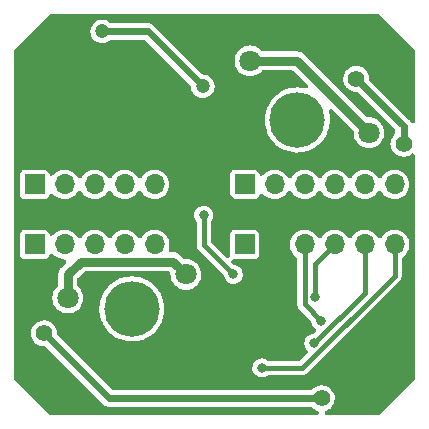
<source format=gbl>
%TF.GenerationSoftware,KiCad,Pcbnew,(6.0.7)*%
%TF.CreationDate,2022-09-30T15:50:04-07:00*%
%TF.ProjectId,companion,636f6d70-616e-4696-9f6e-2e6b69636164,rev?*%
%TF.SameCoordinates,Original*%
%TF.FileFunction,Copper,L2,Bot*%
%TF.FilePolarity,Positive*%
%FSLAX46Y46*%
G04 Gerber Fmt 4.6, Leading zero omitted, Abs format (unit mm)*
G04 Created by KiCad (PCBNEW (6.0.7)) date 2022-09-30 15:50:04*
%MOMM*%
%LPD*%
G01*
G04 APERTURE LIST*
%TA.AperFunction,ComponentPad*%
%ADD10C,4.700000*%
%TD*%
%TA.AperFunction,ComponentPad*%
%ADD11R,1.700000X1.700000*%
%TD*%
%TA.AperFunction,ComponentPad*%
%ADD12O,1.700000X1.700000*%
%TD*%
%TA.AperFunction,ViaPad*%
%ADD13C,1.200000*%
%TD*%
%TA.AperFunction,ViaPad*%
%ADD14C,1.800000*%
%TD*%
%TA.AperFunction,ViaPad*%
%ADD15C,0.800000*%
%TD*%
%TA.AperFunction,ViaPad*%
%ADD16C,1.400000*%
%TD*%
%TA.AperFunction,Conductor*%
%ADD17C,0.600000*%
%TD*%
%TA.AperFunction,Conductor*%
%ADD18C,0.800000*%
%TD*%
%TA.AperFunction,Conductor*%
%ADD19C,0.400000*%
%TD*%
G04 APERTURE END LIST*
D10*
%TO.P,H1,1,1*%
%TO.N,a*%
X10425000Y-25425000D03*
%TD*%
%TO.P,H2,1,1*%
%TO.N,CLK_P*%
X24425000Y-9425000D03*
%TD*%
D11*
%TO.P,J1,1,Pin_1*%
%TO.N,unconnected-(J1-Pad1)*%
X2185000Y-14885000D03*
D12*
%TO.P,J1,2,Pin_2*%
%TO.N,unconnected-(J1-Pad2)*%
X4725000Y-14885000D03*
%TO.P,J1,3,Pin_3*%
%TO.N,unconnected-(J1-Pad3)*%
X7265000Y-14885000D03*
%TO.P,J1,4,Pin_4*%
%TO.N,unconnected-(J1-Pad4)*%
X9805000Y-14885000D03*
%TO.P,J1,5,Pin_5*%
%TO.N,unconnected-(J1-Pad5)*%
X12345000Y-14885000D03*
%TO.P,J1,6,Pin_6*%
%TO.N,GND*%
X14885000Y-14885000D03*
%TD*%
%TO.P,J2,6,Pin_6*%
%TO.N,GND*%
X14885000Y-19965000D03*
%TO.P,J2,5,Pin_5*%
%TO.N,unconnected-(J2-Pad5)*%
X12345000Y-19965000D03*
%TO.P,J2,4,Pin_4*%
%TO.N,unconnected-(J2-Pad4)*%
X9805000Y-19965000D03*
%TO.P,J2,3,Pin_3*%
%TO.N,unconnected-(J2-Pad3)*%
X7265000Y-19965000D03*
%TO.P,J2,2,Pin_2*%
%TO.N,unconnected-(J2-Pad2)*%
X4725000Y-19965000D03*
D11*
%TO.P,J2,1,Pin_1*%
%TO.N,unconnected-(J2-Pad1)*%
X2185000Y-19965000D03*
%TD*%
D12*
%TO.P,J3,6,Pin_6*%
%TO.N,unconnected-(J3-Pad6)*%
X32665000Y-14885000D03*
%TO.P,J3,5,Pin_5*%
%TO.N,unconnected-(J3-Pad5)*%
X30125000Y-14885000D03*
%TO.P,J3,4,Pin_4*%
%TO.N,unconnected-(J3-Pad4)*%
X27585000Y-14885000D03*
%TO.P,J3,3,Pin_3*%
%TO.N,unconnected-(J3-Pad3)*%
X25045000Y-14885000D03*
%TO.P,J3,2,Pin_2*%
%TO.N,unconnected-(J3-Pad2)*%
X22505000Y-14885000D03*
D11*
%TO.P,J3,1,Pin_1*%
%TO.N,CLK*%
X19965000Y-14885000D03*
%TD*%
D12*
%TO.P,J4,6,Pin_6*%
%TO.N,RESET_P*%
X32665000Y-19965000D03*
%TO.P,J4,5,Pin_5*%
%TO.N,MOSI_P*%
X30125000Y-19965000D03*
%TO.P,J4,4,Pin_4*%
%TO.N,CLK_P*%
X27585000Y-19965000D03*
%TO.P,J4,3,Pin_3*%
%TO.N,LED_DIN*%
X25045000Y-19965000D03*
%TO.P,J4,2,Pin_2*%
%TO.N,GND*%
X22505000Y-19965000D03*
D11*
%TO.P,J4,1,Pin_1*%
%TO.N,+VBATT*%
X19965000Y-19965000D03*
%TD*%
D13*
%TO.N,Net-(D4-Pad2)*%
X16425000Y-6575000D03*
D14*
%TO.N,+VBATT*%
X30500000Y-10500000D03*
X20425000Y-4425000D03*
D15*
%TO.N,Net-(J6-Pad1)*%
X16500000Y-17500000D03*
X19000000Y-22500000D03*
D14*
%TO.N,+VBATT*%
X5000000Y-24500000D03*
X15000000Y-22500000D03*
D16*
%TO.N,GND*%
X19330000Y-28330000D03*
%TO.N,Net-(D2-Pad2)*%
X29425000Y-5925000D03*
%TO.N,Net-(D1-Pad2)*%
X26500000Y-33000000D03*
%TO.N,Net-(D2-Pad2)*%
X33425000Y-11425000D03*
%TO.N,Net-(D1-Pad2)*%
X3000000Y-27500000D03*
D15*
%TO.N,CLK_P*%
X25925000Y-24425000D03*
%TO.N,LED_DIN*%
X26425000Y-26425000D03*
D13*
%TO.N,Net-(D4-Pad2)*%
X7925000Y-1925000D03*
D15*
%TO.N,RESET_P*%
X21425000Y-30425000D03*
%TO.N,MOSI_P*%
X25830000Y-28330000D03*
%TD*%
D17*
%TO.N,Net-(D4-Pad2)*%
X7925000Y-1925000D02*
X11775000Y-1925000D01*
X11775000Y-1925000D02*
X16425000Y-6575000D01*
D18*
%TO.N,+VBATT*%
X24425000Y-4425000D02*
X20425000Y-4425000D01*
X30500000Y-10500000D02*
X24425000Y-4425000D01*
D19*
%TO.N,Net-(J6-Pad1)*%
X16500000Y-20000000D02*
X16500000Y-17500000D01*
X19000000Y-22500000D02*
X16500000Y-20000000D01*
D18*
%TO.N,+VBATT*%
X13915000Y-21415000D02*
X15000000Y-22500000D01*
X5000000Y-22500000D02*
X6085000Y-21415000D01*
X5000000Y-24500000D02*
X5000000Y-22500000D01*
X6085000Y-21415000D02*
X13915000Y-21415000D01*
D17*
%TO.N,Net-(D1-Pad2)*%
X8500000Y-33000000D02*
X3000000Y-27500000D01*
X8500000Y-33000000D02*
X26500000Y-33000000D01*
D19*
%TO.N,LED_DIN*%
X26425000Y-26425000D02*
X25045000Y-25045000D01*
%TO.N,CLK_P*%
X25925000Y-24425000D02*
X25925000Y-21625000D01*
%TO.N,LED_DIN*%
X25045000Y-25045000D02*
X25045000Y-19965000D01*
%TO.N,CLK_P*%
X25925000Y-21625000D02*
X27585000Y-19965000D01*
%TO.N,MOSI_P*%
X30125000Y-24035000D02*
X30125000Y-19965000D01*
%TO.N,RESET_P*%
X32665000Y-22625680D02*
X32665000Y-19965000D01*
%TO.N,MOSI_P*%
X25830000Y-28330000D02*
X30125000Y-24035000D01*
%TO.N,RESET_P*%
X24865680Y-30425000D02*
X32665000Y-22625680D01*
X21425000Y-30425000D02*
X24865680Y-30425000D01*
D17*
%TO.N,Net-(D2-Pad2)*%
X33425000Y-9925000D02*
X29425000Y-5925000D01*
X33425000Y-11425000D02*
X33425000Y-9925000D01*
%TO.N,GND*%
X19330000Y-24410000D02*
X14885000Y-19965000D01*
X19330000Y-28330000D02*
X19330000Y-24410000D01*
X19330000Y-28330000D02*
X22505000Y-25155000D01*
X14885000Y-19965000D02*
X14885000Y-14885000D01*
X17425000Y-14885000D02*
X14885000Y-14885000D01*
X22505000Y-19965000D02*
X17425000Y-14885000D01*
X22505000Y-25155000D02*
X22505000Y-19965000D01*
%TD*%
%TA.AperFunction,Conductor*%
%TO.N,GND*%
G36*
X31263022Y-445207D02*
G01*
X31317393Y-483786D01*
X34366214Y-3532606D01*
X34413333Y-3607594D01*
X34424500Y-3673320D01*
X34424500Y-9506697D01*
X34404793Y-9593040D01*
X34349574Y-9662281D01*
X34269782Y-9700708D01*
X34181218Y-9700708D01*
X34101426Y-9662281D01*
X34051928Y-9602266D01*
X34050345Y-9598077D01*
X34043553Y-9588194D01*
X34040534Y-9582420D01*
X34037201Y-9576783D01*
X34032378Y-9565797D01*
X33995103Y-9517219D01*
X33988981Y-9508792D01*
X33961108Y-9468237D01*
X33954312Y-9458349D01*
X33909920Y-9418797D01*
X33901587Y-9410930D01*
X30587748Y-6097091D01*
X30540629Y-6022103D01*
X30529530Y-5951169D01*
X30530062Y-5930855D01*
X30530062Y-5930849D01*
X30530215Y-5925000D01*
X30524279Y-5860398D01*
X30512543Y-5732676D01*
X30512543Y-5732674D01*
X30511708Y-5723591D01*
X30456807Y-5528926D01*
X30367351Y-5347527D01*
X30246335Y-5185467D01*
X30097812Y-5048174D01*
X29926757Y-4940246D01*
X29918280Y-4936864D01*
X29918278Y-4936863D01*
X29858082Y-4912848D01*
X29738898Y-4865298D01*
X29729957Y-4863520D01*
X29729952Y-4863518D01*
X29583991Y-4834485D01*
X29540526Y-4825839D01*
X29438032Y-4824498D01*
X29347411Y-4823311D01*
X29347406Y-4823311D01*
X29338286Y-4823192D01*
X29329296Y-4824737D01*
X29329293Y-4824737D01*
X29232957Y-4841291D01*
X29138949Y-4857444D01*
X29130398Y-4860599D01*
X29130393Y-4860600D01*
X28957752Y-4924291D01*
X28957748Y-4924293D01*
X28949193Y-4927449D01*
X28941355Y-4932112D01*
X28941351Y-4932114D01*
X28919497Y-4945116D01*
X28775371Y-5030862D01*
X28623305Y-5164220D01*
X28617659Y-5171382D01*
X28617658Y-5171383D01*
X28503736Y-5315893D01*
X28503733Y-5315897D01*
X28498089Y-5323057D01*
X28493843Y-5331128D01*
X28493840Y-5331132D01*
X28444429Y-5425047D01*
X28403914Y-5502053D01*
X28343937Y-5695213D01*
X28337721Y-5747733D01*
X28322759Y-5874148D01*
X28320164Y-5896069D01*
X28325851Y-5982842D01*
X28328425Y-6022103D01*
X28333392Y-6097894D01*
X28335638Y-6106737D01*
X28335638Y-6106738D01*
X28355084Y-6183305D01*
X28383178Y-6293928D01*
X28386996Y-6302209D01*
X28386996Y-6302210D01*
X28422733Y-6379728D01*
X28467856Y-6477607D01*
X28473120Y-6485055D01*
X28473122Y-6485059D01*
X28526417Y-6560469D01*
X28584588Y-6642780D01*
X28634294Y-6691201D01*
X28690145Y-6745608D01*
X28729466Y-6783913D01*
X28737048Y-6788979D01*
X28737049Y-6788980D01*
X28820464Y-6844716D01*
X28897637Y-6896282D01*
X28906019Y-6899883D01*
X29075094Y-6972524D01*
X29075100Y-6972526D01*
X29083470Y-6976122D01*
X29092359Y-6978133D01*
X29092364Y-6978135D01*
X29263030Y-7016752D01*
X29280740Y-7020760D01*
X29289850Y-7021118D01*
X29289851Y-7021118D01*
X29462475Y-7027900D01*
X29547978Y-7050982D01*
X29595377Y-7086033D01*
X32666214Y-10156870D01*
X32713333Y-10231858D01*
X32724500Y-10297584D01*
X32724500Y-10485309D01*
X32704793Y-10571652D01*
X32656708Y-10634926D01*
X32630168Y-10658201D01*
X32623305Y-10664220D01*
X32617659Y-10671382D01*
X32617658Y-10671383D01*
X32503736Y-10815893D01*
X32503733Y-10815897D01*
X32498089Y-10823057D01*
X32493843Y-10831128D01*
X32493840Y-10831132D01*
X32408163Y-10993977D01*
X32403914Y-11002053D01*
X32343937Y-11195213D01*
X32342865Y-11204272D01*
X32327745Y-11332022D01*
X32320164Y-11396069D01*
X32333392Y-11597894D01*
X32335638Y-11606737D01*
X32335638Y-11606738D01*
X32364438Y-11720137D01*
X32383178Y-11793928D01*
X32386996Y-11802209D01*
X32386996Y-11802210D01*
X32428704Y-11892680D01*
X32467856Y-11977607D01*
X32473120Y-11985055D01*
X32473122Y-11985059D01*
X32497327Y-12019308D01*
X32584588Y-12142780D01*
X32729466Y-12283913D01*
X32897637Y-12396282D01*
X32906019Y-12399883D01*
X33075094Y-12472524D01*
X33075100Y-12472526D01*
X33083470Y-12476122D01*
X33092359Y-12478133D01*
X33092364Y-12478135D01*
X33263030Y-12516752D01*
X33280740Y-12520760D01*
X33289850Y-12521118D01*
X33289851Y-12521118D01*
X33343603Y-12523230D01*
X33482842Y-12528700D01*
X33491863Y-12527392D01*
X33491864Y-12527392D01*
X33551488Y-12518747D01*
X33683007Y-12499678D01*
X33691640Y-12496747D01*
X33691642Y-12496747D01*
X33778769Y-12467171D01*
X33874531Y-12434664D01*
X34051001Y-12335837D01*
X34098252Y-12296538D01*
X34177236Y-12256480D01*
X34265780Y-12254657D01*
X34346347Y-12291434D01*
X34402978Y-12359524D01*
X34424500Y-12449538D01*
X34424500Y-31176680D01*
X34404793Y-31263023D01*
X34366214Y-31317394D01*
X31317393Y-34366214D01*
X31242405Y-34413333D01*
X31176679Y-34424500D01*
X26932789Y-34424500D01*
X26846446Y-34404793D01*
X26777205Y-34349574D01*
X26738778Y-34269782D01*
X26738778Y-34181218D01*
X26777205Y-34101426D01*
X26846446Y-34046207D01*
X26868823Y-34037061D01*
X26940893Y-34012597D01*
X26940900Y-34012594D01*
X26949531Y-34009664D01*
X27126001Y-33910837D01*
X27188433Y-33858913D01*
X27274494Y-33787336D01*
X27281505Y-33781505D01*
X27361733Y-33685042D01*
X27405003Y-33633016D01*
X27405005Y-33633014D01*
X27410837Y-33626001D01*
X27490797Y-33483221D01*
X27505208Y-33457488D01*
X27505208Y-33457487D01*
X27509664Y-33449531D01*
X27574678Y-33258007D01*
X27603700Y-33057842D01*
X27605215Y-33000000D01*
X27586708Y-32798591D01*
X27531807Y-32603926D01*
X27442351Y-32422527D01*
X27321335Y-32260467D01*
X27172812Y-32123174D01*
X27001757Y-32015246D01*
X26993280Y-32011864D01*
X26993278Y-32011863D01*
X26933082Y-31987848D01*
X26813898Y-31940298D01*
X26804957Y-31938520D01*
X26804952Y-31938518D01*
X26658991Y-31909485D01*
X26615526Y-31900839D01*
X26513032Y-31899498D01*
X26422411Y-31898311D01*
X26422406Y-31898311D01*
X26413286Y-31898192D01*
X26404296Y-31899737D01*
X26404293Y-31899737D01*
X26307957Y-31916291D01*
X26213949Y-31932444D01*
X26205398Y-31935599D01*
X26205393Y-31935600D01*
X26032752Y-31999291D01*
X26032748Y-31999293D01*
X26024193Y-32002449D01*
X26016355Y-32007112D01*
X26016351Y-32007114D01*
X25994497Y-32020116D01*
X25850371Y-32105862D01*
X25698305Y-32239220D01*
X25698097Y-32239484D01*
X25627374Y-32286548D01*
X25556755Y-32299500D01*
X8872585Y-32299500D01*
X8786242Y-32279793D01*
X8731871Y-32241214D01*
X6904410Y-30413753D01*
X20619514Y-30413753D01*
X20637039Y-30592486D01*
X20693726Y-30762896D01*
X20786759Y-30916512D01*
X20911514Y-31045699D01*
X21061789Y-31144036D01*
X21072214Y-31147913D01*
X21219685Y-31202757D01*
X21219687Y-31202757D01*
X21230116Y-31206636D01*
X21241143Y-31208107D01*
X21241146Y-31208108D01*
X21359486Y-31223898D01*
X21408130Y-31230388D01*
X21419207Y-31229380D01*
X21575896Y-31215121D01*
X21575898Y-31215121D01*
X21586981Y-31214112D01*
X21702184Y-31176680D01*
X21747196Y-31162055D01*
X21747199Y-31162054D01*
X21757782Y-31158615D01*
X21782239Y-31144036D01*
X21902485Y-31072356D01*
X21902489Y-31072353D01*
X21912044Y-31066657D01*
X21914439Y-31064376D01*
X21991557Y-31029486D01*
X22031185Y-31025500D01*
X24813272Y-31025500D01*
X24839247Y-31027203D01*
X24852745Y-31028980D01*
X24852752Y-31028980D01*
X24865680Y-31030682D01*
X24892106Y-31027203D01*
X24905041Y-31025500D01*
X25022442Y-31010044D01*
X25168521Y-30949536D01*
X25293962Y-30853282D01*
X25310197Y-30832125D01*
X25327354Y-30812561D01*
X33052561Y-23087354D01*
X33072125Y-23070197D01*
X33093282Y-23053962D01*
X33189536Y-22928521D01*
X33219999Y-22854976D01*
X33245053Y-22794492D01*
X33245054Y-22794490D01*
X33250044Y-22782442D01*
X33265500Y-22665041D01*
X33270682Y-22625680D01*
X33268980Y-22612752D01*
X33268980Y-22612745D01*
X33267203Y-22599247D01*
X33265500Y-22573272D01*
X33265500Y-21174698D01*
X33285207Y-21088355D01*
X33340426Y-21019114D01*
X33350358Y-21011687D01*
X33432367Y-20954263D01*
X33471877Y-20926598D01*
X33626598Y-20771877D01*
X33631581Y-20764761D01*
X33631584Y-20764757D01*
X33747115Y-20599761D01*
X33747118Y-20599756D01*
X33752102Y-20592638D01*
X33844575Y-20394330D01*
X33866316Y-20313192D01*
X33898959Y-20191368D01*
X33898960Y-20191364D01*
X33901207Y-20182977D01*
X33903501Y-20156762D01*
X33919520Y-19973653D01*
X33920277Y-19965000D01*
X33901207Y-19747023D01*
X33897869Y-19734563D01*
X33846825Y-19544067D01*
X33844575Y-19535670D01*
X33752102Y-19337362D01*
X33747118Y-19330244D01*
X33747115Y-19330239D01*
X33631584Y-19165243D01*
X33631581Y-19165239D01*
X33626598Y-19158123D01*
X33471877Y-19003402D01*
X33345429Y-18914862D01*
X33299760Y-18882884D01*
X33299758Y-18882883D01*
X33292639Y-18877898D01*
X33094330Y-18785425D01*
X33073487Y-18779840D01*
X32891368Y-18731041D01*
X32891364Y-18731040D01*
X32882977Y-18728793D01*
X32874328Y-18728036D01*
X32874326Y-18728036D01*
X32673653Y-18710480D01*
X32665000Y-18709723D01*
X32656347Y-18710480D01*
X32455674Y-18728036D01*
X32455672Y-18728036D01*
X32447023Y-18728793D01*
X32438636Y-18731040D01*
X32438632Y-18731041D01*
X32256513Y-18779840D01*
X32235670Y-18785425D01*
X32037362Y-18877898D01*
X32030244Y-18882882D01*
X32030239Y-18882885D01*
X31865243Y-18998416D01*
X31865242Y-18998417D01*
X31858123Y-19003402D01*
X31703402Y-19158123D01*
X31698419Y-19165239D01*
X31698416Y-19165243D01*
X31582885Y-19330239D01*
X31582882Y-19330244D01*
X31577898Y-19337362D01*
X31574225Y-19345239D01*
X31569881Y-19352763D01*
X31568323Y-19351863D01*
X31520999Y-19412744D01*
X31441690Y-19452159D01*
X31353134Y-19453260D01*
X31272869Y-19415829D01*
X31221802Y-19351792D01*
X31220119Y-19352763D01*
X31215775Y-19345239D01*
X31212102Y-19337362D01*
X31207118Y-19330244D01*
X31207115Y-19330239D01*
X31091584Y-19165243D01*
X31091581Y-19165239D01*
X31086598Y-19158123D01*
X30931877Y-19003402D01*
X30805429Y-18914862D01*
X30759760Y-18882884D01*
X30759758Y-18882883D01*
X30752639Y-18877898D01*
X30554330Y-18785425D01*
X30533487Y-18779840D01*
X30351368Y-18731041D01*
X30351364Y-18731040D01*
X30342977Y-18728793D01*
X30334328Y-18728036D01*
X30334326Y-18728036D01*
X30133653Y-18710480D01*
X30125000Y-18709723D01*
X30116347Y-18710480D01*
X29915674Y-18728036D01*
X29915672Y-18728036D01*
X29907023Y-18728793D01*
X29898636Y-18731040D01*
X29898632Y-18731041D01*
X29716513Y-18779840D01*
X29695670Y-18785425D01*
X29497362Y-18877898D01*
X29490244Y-18882882D01*
X29490239Y-18882885D01*
X29325243Y-18998416D01*
X29325242Y-18998417D01*
X29318123Y-19003402D01*
X29163402Y-19158123D01*
X29158419Y-19165239D01*
X29158416Y-19165243D01*
X29042885Y-19330239D01*
X29042882Y-19330244D01*
X29037898Y-19337362D01*
X29034225Y-19345239D01*
X29029881Y-19352763D01*
X29028323Y-19351863D01*
X28980999Y-19412744D01*
X28901690Y-19452159D01*
X28813134Y-19453260D01*
X28732869Y-19415829D01*
X28681802Y-19351792D01*
X28680119Y-19352763D01*
X28675775Y-19345239D01*
X28672102Y-19337362D01*
X28667118Y-19330244D01*
X28667115Y-19330239D01*
X28551584Y-19165243D01*
X28551581Y-19165239D01*
X28546598Y-19158123D01*
X28391877Y-19003402D01*
X28265429Y-18914862D01*
X28219760Y-18882884D01*
X28219758Y-18882883D01*
X28212639Y-18877898D01*
X28014330Y-18785425D01*
X27993487Y-18779840D01*
X27811368Y-18731041D01*
X27811364Y-18731040D01*
X27802977Y-18728793D01*
X27794328Y-18728036D01*
X27794326Y-18728036D01*
X27593653Y-18710480D01*
X27585000Y-18709723D01*
X27576347Y-18710480D01*
X27375674Y-18728036D01*
X27375672Y-18728036D01*
X27367023Y-18728793D01*
X27358636Y-18731040D01*
X27358632Y-18731041D01*
X27176513Y-18779840D01*
X27155670Y-18785425D01*
X26957362Y-18877898D01*
X26950244Y-18882882D01*
X26950239Y-18882885D01*
X26785243Y-18998416D01*
X26785242Y-18998417D01*
X26778123Y-19003402D01*
X26623402Y-19158123D01*
X26618419Y-19165239D01*
X26618416Y-19165243D01*
X26502885Y-19330239D01*
X26502882Y-19330244D01*
X26497898Y-19337362D01*
X26494225Y-19345239D01*
X26489881Y-19352763D01*
X26488323Y-19351863D01*
X26440999Y-19412744D01*
X26361690Y-19452159D01*
X26273134Y-19453260D01*
X26192869Y-19415829D01*
X26141802Y-19351792D01*
X26140119Y-19352763D01*
X26135775Y-19345239D01*
X26132102Y-19337362D01*
X26127118Y-19330244D01*
X26127115Y-19330239D01*
X26011584Y-19165243D01*
X26011581Y-19165239D01*
X26006598Y-19158123D01*
X25851877Y-19003402D01*
X25725429Y-18914862D01*
X25679760Y-18882884D01*
X25679758Y-18882883D01*
X25672639Y-18877898D01*
X25474330Y-18785425D01*
X25453487Y-18779840D01*
X25271368Y-18731041D01*
X25271364Y-18731040D01*
X25262977Y-18728793D01*
X25254328Y-18728036D01*
X25254326Y-18728036D01*
X25053653Y-18710480D01*
X25045000Y-18709723D01*
X25036347Y-18710480D01*
X24835674Y-18728036D01*
X24835672Y-18728036D01*
X24827023Y-18728793D01*
X24818636Y-18731040D01*
X24818632Y-18731041D01*
X24636513Y-18779840D01*
X24615670Y-18785425D01*
X24417362Y-18877898D01*
X24410244Y-18882882D01*
X24410239Y-18882885D01*
X24245243Y-18998416D01*
X24245242Y-18998417D01*
X24238123Y-19003402D01*
X24083402Y-19158123D01*
X24078419Y-19165239D01*
X24078416Y-19165243D01*
X23962885Y-19330239D01*
X23962882Y-19330244D01*
X23957898Y-19337362D01*
X23865425Y-19535670D01*
X23863175Y-19544067D01*
X23812132Y-19734563D01*
X23808793Y-19747023D01*
X23789723Y-19965000D01*
X23790480Y-19973653D01*
X23806500Y-20156762D01*
X23808793Y-20182977D01*
X23811040Y-20191364D01*
X23811041Y-20191368D01*
X23843684Y-20313192D01*
X23865425Y-20394330D01*
X23957898Y-20592638D01*
X23962882Y-20599756D01*
X23962885Y-20599761D01*
X24078416Y-20764757D01*
X24078419Y-20764761D01*
X24083402Y-20771877D01*
X24238123Y-20926598D01*
X24277633Y-20954263D01*
X24359642Y-21011687D01*
X24419066Y-21077355D01*
X24444114Y-21162302D01*
X24444500Y-21174698D01*
X24444500Y-24992592D01*
X24442797Y-25018567D01*
X24441020Y-25032065D01*
X24441020Y-25032072D01*
X24439318Y-25045000D01*
X24444500Y-25084361D01*
X24459956Y-25201762D01*
X24520464Y-25347841D01*
X24616718Y-25473282D01*
X24637875Y-25489517D01*
X24657439Y-25506674D01*
X25575110Y-26424345D01*
X25622229Y-26499333D01*
X25632446Y-26545640D01*
X25637039Y-26592486D01*
X25676547Y-26711254D01*
X25683850Y-26733206D01*
X25693726Y-26762896D01*
X25786759Y-26916512D01*
X25911514Y-27045699D01*
X25920822Y-27051790D01*
X25929397Y-27058884D01*
X25928509Y-27059958D01*
X25981777Y-27115225D01*
X26009483Y-27199343D01*
X25997949Y-27287152D01*
X25952072Y-27358693D01*
X25830348Y-27480417D01*
X25755360Y-27527536D01*
X25710435Y-27537613D01*
X25657017Y-27543227D01*
X25487007Y-27601103D01*
X25392651Y-27659151D01*
X25343521Y-27689376D01*
X25343519Y-27689377D01*
X25334045Y-27695206D01*
X25326096Y-27702990D01*
X25326095Y-27702991D01*
X25272766Y-27755215D01*
X25205732Y-27820859D01*
X25108446Y-27971817D01*
X25047022Y-28140578D01*
X25024514Y-28318753D01*
X25025600Y-28329829D01*
X25025600Y-28329830D01*
X25039470Y-28471282D01*
X25042039Y-28497486D01*
X25098726Y-28667896D01*
X25191759Y-28821512D01*
X25252859Y-28884783D01*
X25266264Y-28898664D01*
X25312067Y-28974463D01*
X25320446Y-29062629D01*
X25289741Y-29145700D01*
X25263830Y-29177615D01*
X24675231Y-29766214D01*
X24600243Y-29813333D01*
X24534517Y-29824500D01*
X22030614Y-29824500D01*
X21944271Y-29804793D01*
X21923984Y-29793521D01*
X21787534Y-29706927D01*
X21787533Y-29706926D01*
X21778136Y-29700963D01*
X21689109Y-29669262D01*
X21619436Y-29644452D01*
X21619432Y-29644451D01*
X21608951Y-29640719D01*
X21597904Y-29639402D01*
X21597901Y-29639401D01*
X21441671Y-29620772D01*
X21441669Y-29620772D01*
X21430624Y-29619455D01*
X21252017Y-29638227D01*
X21241482Y-29641813D01*
X21241479Y-29641814D01*
X21163035Y-29668519D01*
X21082007Y-29696103D01*
X20987651Y-29754151D01*
X20938521Y-29784376D01*
X20938519Y-29784377D01*
X20929045Y-29790206D01*
X20800732Y-29915859D01*
X20703446Y-30066817D01*
X20642022Y-30235578D01*
X20619514Y-30413753D01*
X6904410Y-30413753D01*
X4162748Y-27672091D01*
X4115629Y-27597103D01*
X4104530Y-27526169D01*
X4105062Y-27505855D01*
X4105062Y-27505849D01*
X4105215Y-27500000D01*
X4086708Y-27298591D01*
X4031807Y-27103926D01*
X3942351Y-26922527D01*
X3930754Y-26906996D01*
X3826795Y-26767779D01*
X3821335Y-26760467D01*
X3672812Y-26623174D01*
X3501757Y-26515246D01*
X3493280Y-26511864D01*
X3493278Y-26511863D01*
X3433082Y-26487848D01*
X3313898Y-26440298D01*
X3304957Y-26438520D01*
X3304952Y-26438518D01*
X3158991Y-26409485D01*
X3115526Y-26400839D01*
X3013032Y-26399498D01*
X2922411Y-26398311D01*
X2922406Y-26398311D01*
X2913286Y-26398192D01*
X2904296Y-26399737D01*
X2904293Y-26399737D01*
X2807957Y-26416291D01*
X2713949Y-26432444D01*
X2705398Y-26435599D01*
X2705393Y-26435600D01*
X2532752Y-26499291D01*
X2532748Y-26499293D01*
X2524193Y-26502449D01*
X2516355Y-26507112D01*
X2516351Y-26507114D01*
X2415018Y-26567401D01*
X2350371Y-26605862D01*
X2198305Y-26739220D01*
X2192659Y-26746382D01*
X2192658Y-26746383D01*
X2078736Y-26890893D01*
X2078733Y-26890897D01*
X2073089Y-26898057D01*
X2068843Y-26906128D01*
X2068840Y-26906132D01*
X1999659Y-27037623D01*
X1978914Y-27077053D01*
X1918937Y-27270213D01*
X1895164Y-27471069D01*
X1900851Y-27557842D01*
X1903425Y-27597103D01*
X1908392Y-27672894D01*
X1910638Y-27681737D01*
X1910638Y-27681738D01*
X1921155Y-27723147D01*
X1958178Y-27868928D01*
X1961996Y-27877209D01*
X1961996Y-27877210D01*
X2027505Y-28019308D01*
X2042856Y-28052607D01*
X2048120Y-28060055D01*
X2048122Y-28060059D01*
X2097641Y-28130127D01*
X2159588Y-28217780D01*
X2304466Y-28358913D01*
X2472637Y-28471282D01*
X2481019Y-28474883D01*
X2650094Y-28547524D01*
X2650100Y-28547526D01*
X2658470Y-28551122D01*
X2667359Y-28553133D01*
X2667364Y-28553135D01*
X2838030Y-28591752D01*
X2855740Y-28595760D01*
X2864850Y-28596118D01*
X2864851Y-28596118D01*
X3037475Y-28602900D01*
X3122978Y-28625982D01*
X3170377Y-28661033D01*
X5581699Y-31072356D01*
X7982667Y-33473324D01*
X7991897Y-33483204D01*
X8027831Y-33524396D01*
X8037646Y-33531294D01*
X8037647Y-33531295D01*
X8077914Y-33559595D01*
X8086278Y-33565807D01*
X8134457Y-33603584D01*
X8145396Y-33608523D01*
X8150971Y-33611899D01*
X8156729Y-33614987D01*
X8166547Y-33621887D01*
X8223589Y-33644127D01*
X8233178Y-33648159D01*
X8278048Y-33668418D01*
X8278053Y-33668420D01*
X8288984Y-33673355D01*
X8300779Y-33675541D01*
X8307017Y-33677496D01*
X8313335Y-33679118D01*
X8324513Y-33683476D01*
X8336409Y-33685042D01*
X8385208Y-33691466D01*
X8395502Y-33693097D01*
X8443894Y-33702066D01*
X8443900Y-33702066D01*
X8455692Y-33704252D01*
X8467663Y-33703562D01*
X8467665Y-33703562D01*
X8515045Y-33700830D01*
X8526499Y-33700500D01*
X25560943Y-33700500D01*
X25647286Y-33720207D01*
X25699803Y-33756956D01*
X25797929Y-33852546D01*
X25797935Y-33852551D01*
X25804466Y-33858913D01*
X25972637Y-33971282D01*
X25981015Y-33974881D01*
X25981027Y-33974888D01*
X26138774Y-34042661D01*
X26210326Y-34094851D01*
X26252147Y-34172917D01*
X26255955Y-34261399D01*
X26220995Y-34342770D01*
X26154192Y-34400915D01*
X26060220Y-34424500D01*
X3673320Y-34424500D01*
X3586977Y-34404793D01*
X3532606Y-34366214D01*
X483786Y-31317393D01*
X436667Y-31242405D01*
X425500Y-31176679D01*
X425500Y-19091305D01*
X934500Y-19091305D01*
X934501Y-19965620D01*
X934501Y-20846518D01*
X935723Y-20854231D01*
X935723Y-20854237D01*
X946903Y-20924831D01*
X946904Y-20924834D01*
X949354Y-20940304D01*
X956465Y-20954260D01*
X956466Y-20954263D01*
X989510Y-21019114D01*
X1006950Y-21053342D01*
X1096658Y-21143050D01*
X1209696Y-21200646D01*
X1303481Y-21215500D01*
X1311305Y-21215500D01*
X2185620Y-21215499D01*
X3066518Y-21215499D01*
X3074231Y-21214277D01*
X3074237Y-21214277D01*
X3144831Y-21203097D01*
X3144834Y-21203096D01*
X3160304Y-21200646D01*
X3174260Y-21193535D01*
X3174263Y-21193534D01*
X3259388Y-21150160D01*
X3273342Y-21143050D01*
X3363050Y-21053342D01*
X3420646Y-20940304D01*
X3429443Y-20884765D01*
X3462413Y-20802569D01*
X3527782Y-20742817D01*
X3612604Y-20717346D01*
X3700077Y-20731199D01*
X3766706Y-20775181D01*
X3918123Y-20926598D01*
X4044571Y-21015138D01*
X4079204Y-21039388D01*
X4097361Y-21052102D01*
X4295670Y-21144575D01*
X4304067Y-21146825D01*
X4498632Y-21198959D01*
X4498636Y-21198960D01*
X4507023Y-21201207D01*
X4515674Y-21201964D01*
X4515675Y-21201964D01*
X4688510Y-21217085D01*
X4772807Y-21244243D01*
X4836972Y-21305286D01*
X4868298Y-21388124D01*
X4860579Y-21476350D01*
X4811880Y-21556042D01*
X4440694Y-21927228D01*
X4439214Y-21928693D01*
X4375732Y-21990859D01*
X4354515Y-22023782D01*
X4342771Y-22040125D01*
X4318336Y-22070734D01*
X4305860Y-22096541D01*
X4293974Y-22117722D01*
X4278446Y-22141817D01*
X4265053Y-22178614D01*
X4257220Y-22197157D01*
X4240173Y-22232422D01*
X4237670Y-22243262D01*
X4237670Y-22243263D01*
X4233726Y-22260347D01*
X4226826Y-22283640D01*
X4220829Y-22300118D01*
X4217022Y-22310578D01*
X4212486Y-22346481D01*
X4212113Y-22349436D01*
X4208582Y-22369258D01*
X4205904Y-22380860D01*
X4199774Y-22407411D01*
X4199735Y-22418535D01*
X4199632Y-22447854D01*
X4199615Y-22448369D01*
X4199500Y-22449283D01*
X4199500Y-22485483D01*
X4199499Y-22486178D01*
X4199147Y-22587000D01*
X4199431Y-22588270D01*
X4199500Y-22589545D01*
X4199500Y-23378886D01*
X4179793Y-23465229D01*
X4141214Y-23519600D01*
X3999953Y-23660861D01*
X3994973Y-23667973D01*
X3994969Y-23667978D01*
X3899229Y-23804711D01*
X3869432Y-23847266D01*
X3773261Y-24053504D01*
X3771011Y-24061901D01*
X3716613Y-24264916D01*
X3716612Y-24264923D01*
X3714365Y-24273308D01*
X3694532Y-24500000D01*
X3714365Y-24726692D01*
X3716612Y-24735077D01*
X3716613Y-24735084D01*
X3769790Y-24933542D01*
X3773261Y-24946496D01*
X3869432Y-25152734D01*
X3874416Y-25159852D01*
X3994969Y-25332022D01*
X3994973Y-25332027D01*
X3999953Y-25339139D01*
X4160861Y-25500047D01*
X4167973Y-25505027D01*
X4167978Y-25505031D01*
X4338756Y-25624609D01*
X4347266Y-25630568D01*
X4553504Y-25726739D01*
X4561901Y-25728989D01*
X4764916Y-25783387D01*
X4764923Y-25783388D01*
X4773308Y-25785635D01*
X4781959Y-25786392D01*
X4781960Y-25786392D01*
X4991347Y-25804711D01*
X5000000Y-25805468D01*
X5008653Y-25804711D01*
X5218040Y-25786392D01*
X5218041Y-25786392D01*
X5226692Y-25785635D01*
X5235077Y-25783388D01*
X5235084Y-25783387D01*
X5438099Y-25728989D01*
X5446496Y-25726739D01*
X5652734Y-25630568D01*
X5661244Y-25624609D01*
X5832022Y-25505031D01*
X5832027Y-25505027D01*
X5839139Y-25500047D01*
X5943041Y-25396145D01*
X7669624Y-25396145D01*
X7669922Y-25402128D01*
X7681986Y-25644452D01*
X7686114Y-25727376D01*
X7687126Y-25733268D01*
X7687127Y-25733273D01*
X7699845Y-25807286D01*
X7742277Y-26054227D01*
X7837300Y-26371964D01*
X7868557Y-26443678D01*
X7941868Y-26611880D01*
X7969807Y-26675983D01*
X8137879Y-26961882D01*
X8141514Y-26966645D01*
X8141516Y-26966648D01*
X8212728Y-27059958D01*
X8339080Y-27225518D01*
X8570496Y-27463073D01*
X8575167Y-27466836D01*
X8575170Y-27466838D01*
X8648831Y-27526169D01*
X8828775Y-27671107D01*
X9110176Y-27846604D01*
X9115604Y-27849141D01*
X9115606Y-27849142D01*
X9189558Y-27883705D01*
X9410623Y-27987024D01*
X9416303Y-27988886D01*
X9416308Y-27988888D01*
X9720070Y-28088466D01*
X9720074Y-28088467D01*
X9725763Y-28090332D01*
X10051032Y-28155032D01*
X10381718Y-28180187D01*
X10387692Y-28179921D01*
X10387696Y-28179921D01*
X10521451Y-28173964D01*
X10713031Y-28165432D01*
X11040172Y-28110981D01*
X11213748Y-28060059D01*
X11352655Y-28019308D01*
X11352659Y-28019306D01*
X11358401Y-28017622D01*
X11363893Y-28015262D01*
X11363897Y-28015261D01*
X11486781Y-27962466D01*
X11663111Y-27886709D01*
X11789881Y-27813075D01*
X11944704Y-27723147D01*
X11944712Y-27723142D01*
X11949885Y-27720137D01*
X12214572Y-27520319D01*
X12218879Y-27516167D01*
X12218886Y-27516161D01*
X12382233Y-27358693D01*
X12453335Y-27290150D01*
X12662718Y-27032964D01*
X12839687Y-26752485D01*
X12953686Y-26511863D01*
X12979111Y-26458197D01*
X12979113Y-26458192D01*
X12981678Y-26452778D01*
X13086635Y-26138183D01*
X13099154Y-26076927D01*
X13151837Y-25819130D01*
X13151837Y-25819127D01*
X13153037Y-25813257D01*
X13153702Y-25805089D01*
X13168381Y-25624609D01*
X13179923Y-25482707D01*
X13180527Y-25425000D01*
X13160570Y-25093960D01*
X13100987Y-24767715D01*
X13002641Y-24450991D01*
X12919211Y-24264916D01*
X12869411Y-24153845D01*
X12869408Y-24153839D01*
X12866958Y-24148375D01*
X12863870Y-24143247D01*
X12863867Y-24143240D01*
X12780612Y-24004954D01*
X12695902Y-23864252D01*
X12677424Y-23840558D01*
X12495632Y-23607457D01*
X12491951Y-23602737D01*
X12258060Y-23367618D01*
X11997617Y-23162301D01*
X11992498Y-23159183D01*
X11992493Y-23159179D01*
X11856005Y-23076031D01*
X11714393Y-22989760D01*
X11691731Y-22979456D01*
X11417952Y-22854976D01*
X11417951Y-22854976D01*
X11412493Y-22852494D01*
X11346358Y-22831578D01*
X11102009Y-22754300D01*
X11102004Y-22754299D01*
X11096288Y-22752491D01*
X10770359Y-22691201D01*
X10439428Y-22669511D01*
X10433449Y-22669840D01*
X10433445Y-22669840D01*
X10114278Y-22687405D01*
X10114272Y-22687406D01*
X10108288Y-22687735D01*
X10037186Y-22700336D01*
X9787641Y-22744561D01*
X9787636Y-22744562D01*
X9781735Y-22745608D01*
X9464500Y-22842294D01*
X9459030Y-22844712D01*
X9459020Y-22844716D01*
X9166661Y-22973967D01*
X9166655Y-22973970D01*
X9161179Y-22976391D01*
X8990168Y-23078132D01*
X8883392Y-23141657D01*
X8876164Y-23145957D01*
X8871421Y-23149616D01*
X8871414Y-23149621D01*
X8634990Y-23332022D01*
X8613585Y-23348536D01*
X8527513Y-23433266D01*
X8381516Y-23576987D01*
X8381511Y-23576992D01*
X8377244Y-23581193D01*
X8170566Y-23840558D01*
X7996545Y-24122874D01*
X7857700Y-24424051D01*
X7855869Y-24429737D01*
X7855867Y-24429742D01*
X7757877Y-24734031D01*
X7757875Y-24734040D01*
X7756043Y-24739728D01*
X7754907Y-24745602D01*
X7754905Y-24745608D01*
X7694186Y-25059442D01*
X7694185Y-25059451D01*
X7693047Y-25065332D01*
X7692624Y-25071311D01*
X7692623Y-25071316D01*
X7682373Y-25216083D01*
X7669624Y-25396145D01*
X5943041Y-25396145D01*
X6000047Y-25339139D01*
X6005027Y-25332027D01*
X6005031Y-25332022D01*
X6125584Y-25159852D01*
X6130568Y-25152734D01*
X6226739Y-24946496D01*
X6230210Y-24933542D01*
X6283387Y-24735084D01*
X6283388Y-24735077D01*
X6285635Y-24726692D01*
X6305468Y-24500000D01*
X6285635Y-24273308D01*
X6283388Y-24264923D01*
X6283387Y-24264916D01*
X6228989Y-24061901D01*
X6226739Y-24053504D01*
X6130568Y-23847266D01*
X6100771Y-23804711D01*
X6005031Y-23667978D01*
X6005027Y-23667973D01*
X6000047Y-23660861D01*
X5858786Y-23519600D01*
X5811667Y-23444612D01*
X5800500Y-23378886D01*
X5800500Y-22914006D01*
X5820207Y-22827663D01*
X5858786Y-22773292D01*
X6358292Y-22273786D01*
X6433280Y-22226667D01*
X6499006Y-22215500D01*
X13500994Y-22215500D01*
X13587337Y-22235207D01*
X13641708Y-22273786D01*
X13642865Y-22274943D01*
X13689984Y-22349931D01*
X13700394Y-22432999D01*
X13694532Y-22500000D01*
X13695289Y-22508653D01*
X13702144Y-22587000D01*
X13714365Y-22726692D01*
X13716612Y-22735077D01*
X13716613Y-22735084D01*
X13754771Y-22877490D01*
X13773261Y-22946496D01*
X13869432Y-23152734D01*
X13874416Y-23159852D01*
X13994969Y-23332022D01*
X13994973Y-23332027D01*
X13999953Y-23339139D01*
X14160861Y-23500047D01*
X14167973Y-23505027D01*
X14167978Y-23505031D01*
X14301453Y-23598490D01*
X14347266Y-23630568D01*
X14553504Y-23726739D01*
X14561901Y-23728989D01*
X14764916Y-23783387D01*
X14764923Y-23783388D01*
X14773308Y-23785635D01*
X14781959Y-23786392D01*
X14781960Y-23786392D01*
X14991347Y-23804711D01*
X15000000Y-23805468D01*
X15008653Y-23804711D01*
X15218040Y-23786392D01*
X15218041Y-23786392D01*
X15226692Y-23785635D01*
X15235077Y-23783388D01*
X15235084Y-23783387D01*
X15438099Y-23728989D01*
X15446496Y-23726739D01*
X15652734Y-23630568D01*
X15698547Y-23598490D01*
X15832022Y-23505031D01*
X15832027Y-23505027D01*
X15839139Y-23500047D01*
X16000047Y-23339139D01*
X16005027Y-23332027D01*
X16005031Y-23332022D01*
X16125584Y-23159852D01*
X16130568Y-23152734D01*
X16226739Y-22946496D01*
X16245229Y-22877490D01*
X16283387Y-22735084D01*
X16283388Y-22735077D01*
X16285635Y-22726692D01*
X16297857Y-22587000D01*
X16304711Y-22508653D01*
X16305468Y-22500000D01*
X16285635Y-22273308D01*
X16283388Y-22264923D01*
X16283387Y-22264916D01*
X16228989Y-22061901D01*
X16226739Y-22053504D01*
X16130568Y-21847266D01*
X16078027Y-21772229D01*
X16005031Y-21667978D01*
X16005027Y-21667973D01*
X16000047Y-21660861D01*
X15839139Y-21499953D01*
X15832027Y-21494973D01*
X15832022Y-21494969D01*
X15659852Y-21374416D01*
X15652734Y-21369432D01*
X15446496Y-21273261D01*
X15438099Y-21271011D01*
X15235084Y-21216613D01*
X15235077Y-21216612D01*
X15226692Y-21214365D01*
X15218041Y-21213608D01*
X15218040Y-21213608D01*
X15008653Y-21195289D01*
X15000000Y-21194532D01*
X14933000Y-21200394D01*
X14845270Y-21188287D01*
X14774943Y-21142865D01*
X14487772Y-20855694D01*
X14486306Y-20854213D01*
X14424141Y-20790732D01*
X14391218Y-20769515D01*
X14374872Y-20757769D01*
X14352960Y-20740276D01*
X14352957Y-20740274D01*
X14344266Y-20733336D01*
X14318459Y-20720860D01*
X14297278Y-20708974D01*
X14282537Y-20699474D01*
X14282535Y-20699473D01*
X14273183Y-20693446D01*
X14236381Y-20680051D01*
X14217843Y-20672220D01*
X14192595Y-20660015D01*
X14192593Y-20660014D01*
X14182578Y-20655173D01*
X14171738Y-20652670D01*
X14171737Y-20652670D01*
X14154653Y-20648726D01*
X14131360Y-20641826D01*
X14114882Y-20635829D01*
X14104422Y-20632022D01*
X14065565Y-20627113D01*
X14045742Y-20623582D01*
X14018428Y-20617276D01*
X14018425Y-20617276D01*
X14007589Y-20614774D01*
X13996465Y-20614735D01*
X13967146Y-20614632D01*
X13966631Y-20614615D01*
X13965717Y-20614500D01*
X13929517Y-20614500D01*
X13928822Y-20614499D01*
X13831732Y-20614160D01*
X13831731Y-20614160D01*
X13828000Y-20614147D01*
X13826730Y-20614431D01*
X13825455Y-20614500D01*
X13724922Y-20614500D01*
X13638579Y-20594793D01*
X13569338Y-20539574D01*
X13530911Y-20459782D01*
X13532703Y-20363995D01*
X13578959Y-20191368D01*
X13578960Y-20191364D01*
X13581207Y-20182977D01*
X13583501Y-20156762D01*
X13599520Y-19973653D01*
X13600277Y-19965000D01*
X13581207Y-19747023D01*
X13577869Y-19734563D01*
X13526825Y-19544067D01*
X13524575Y-19535670D01*
X13432102Y-19337362D01*
X13427118Y-19330244D01*
X13427115Y-19330239D01*
X13311584Y-19165243D01*
X13311581Y-19165239D01*
X13306598Y-19158123D01*
X13151877Y-19003402D01*
X13025429Y-18914862D01*
X12979760Y-18882884D01*
X12979758Y-18882883D01*
X12972639Y-18877898D01*
X12774330Y-18785425D01*
X12753487Y-18779840D01*
X12571368Y-18731041D01*
X12571364Y-18731040D01*
X12562977Y-18728793D01*
X12554328Y-18728036D01*
X12554326Y-18728036D01*
X12353653Y-18710480D01*
X12345000Y-18709723D01*
X12336347Y-18710480D01*
X12135674Y-18728036D01*
X12135672Y-18728036D01*
X12127023Y-18728793D01*
X12118636Y-18731040D01*
X12118632Y-18731041D01*
X11936513Y-18779840D01*
X11915670Y-18785425D01*
X11717362Y-18877898D01*
X11710244Y-18882882D01*
X11710239Y-18882885D01*
X11545243Y-18998416D01*
X11545242Y-18998417D01*
X11538123Y-19003402D01*
X11383402Y-19158123D01*
X11378419Y-19165239D01*
X11378416Y-19165243D01*
X11262885Y-19330239D01*
X11262882Y-19330244D01*
X11257898Y-19337362D01*
X11254225Y-19345239D01*
X11249881Y-19352763D01*
X11248323Y-19351863D01*
X11200999Y-19412744D01*
X11121690Y-19452159D01*
X11033134Y-19453260D01*
X10952869Y-19415829D01*
X10901802Y-19351792D01*
X10900119Y-19352763D01*
X10895775Y-19345239D01*
X10892102Y-19337362D01*
X10887118Y-19330244D01*
X10887115Y-19330239D01*
X10771584Y-19165243D01*
X10771581Y-19165239D01*
X10766598Y-19158123D01*
X10611877Y-19003402D01*
X10485429Y-18914862D01*
X10439760Y-18882884D01*
X10439758Y-18882883D01*
X10432639Y-18877898D01*
X10234330Y-18785425D01*
X10213487Y-18779840D01*
X10031368Y-18731041D01*
X10031364Y-18731040D01*
X10022977Y-18728793D01*
X10014328Y-18728036D01*
X10014326Y-18728036D01*
X9813653Y-18710480D01*
X9805000Y-18709723D01*
X9796347Y-18710480D01*
X9595674Y-18728036D01*
X9595672Y-18728036D01*
X9587023Y-18728793D01*
X9578636Y-18731040D01*
X9578632Y-18731041D01*
X9396513Y-18779840D01*
X9375670Y-18785425D01*
X9177362Y-18877898D01*
X9170244Y-18882882D01*
X9170239Y-18882885D01*
X9005243Y-18998416D01*
X9005242Y-18998417D01*
X8998123Y-19003402D01*
X8843402Y-19158123D01*
X8838419Y-19165239D01*
X8838416Y-19165243D01*
X8722885Y-19330239D01*
X8722882Y-19330244D01*
X8717898Y-19337362D01*
X8714225Y-19345239D01*
X8709881Y-19352763D01*
X8708323Y-19351863D01*
X8660999Y-19412744D01*
X8581690Y-19452159D01*
X8493134Y-19453260D01*
X8412869Y-19415829D01*
X8361802Y-19351792D01*
X8360119Y-19352763D01*
X8355775Y-19345239D01*
X8352102Y-19337362D01*
X8347118Y-19330244D01*
X8347115Y-19330239D01*
X8231584Y-19165243D01*
X8231581Y-19165239D01*
X8226598Y-19158123D01*
X8071877Y-19003402D01*
X7945429Y-18914862D01*
X7899760Y-18882884D01*
X7899758Y-18882883D01*
X7892639Y-18877898D01*
X7694330Y-18785425D01*
X7673487Y-18779840D01*
X7491368Y-18731041D01*
X7491364Y-18731040D01*
X7482977Y-18728793D01*
X7474328Y-18728036D01*
X7474326Y-18728036D01*
X7273653Y-18710480D01*
X7265000Y-18709723D01*
X7256347Y-18710480D01*
X7055674Y-18728036D01*
X7055672Y-18728036D01*
X7047023Y-18728793D01*
X7038636Y-18731040D01*
X7038632Y-18731041D01*
X6856513Y-18779840D01*
X6835670Y-18785425D01*
X6637362Y-18877898D01*
X6630244Y-18882882D01*
X6630239Y-18882885D01*
X6465243Y-18998416D01*
X6465242Y-18998417D01*
X6458123Y-19003402D01*
X6303402Y-19158123D01*
X6298419Y-19165239D01*
X6298416Y-19165243D01*
X6182885Y-19330239D01*
X6182882Y-19330244D01*
X6177898Y-19337362D01*
X6174225Y-19345239D01*
X6169881Y-19352763D01*
X6168323Y-19351863D01*
X6120999Y-19412744D01*
X6041690Y-19452159D01*
X5953134Y-19453260D01*
X5872869Y-19415829D01*
X5821802Y-19351792D01*
X5820119Y-19352763D01*
X5815775Y-19345239D01*
X5812102Y-19337362D01*
X5807118Y-19330244D01*
X5807115Y-19330239D01*
X5691584Y-19165243D01*
X5691581Y-19165239D01*
X5686598Y-19158123D01*
X5531877Y-19003402D01*
X5405429Y-18914862D01*
X5359760Y-18882884D01*
X5359758Y-18882883D01*
X5352639Y-18877898D01*
X5154330Y-18785425D01*
X5133487Y-18779840D01*
X4951368Y-18731041D01*
X4951364Y-18731040D01*
X4942977Y-18728793D01*
X4934328Y-18728036D01*
X4934326Y-18728036D01*
X4733653Y-18710480D01*
X4725000Y-18709723D01*
X4716347Y-18710480D01*
X4515674Y-18728036D01*
X4515672Y-18728036D01*
X4507023Y-18728793D01*
X4498636Y-18731040D01*
X4498632Y-18731041D01*
X4316513Y-18779840D01*
X4295670Y-18785425D01*
X4097362Y-18877898D01*
X4090244Y-18882882D01*
X4090239Y-18882885D01*
X3925243Y-18998416D01*
X3925242Y-18998417D01*
X3918123Y-19003402D01*
X3766706Y-19154819D01*
X3691718Y-19201938D01*
X3603711Y-19211854D01*
X3520118Y-19182603D01*
X3457494Y-19119979D01*
X3429442Y-19045235D01*
X3423096Y-19005168D01*
X3420646Y-18989696D01*
X3363050Y-18876658D01*
X3273342Y-18786950D01*
X3160304Y-18729354D01*
X3066519Y-18714500D01*
X3058695Y-18714500D01*
X2184380Y-18714501D01*
X1303482Y-18714501D01*
X1295769Y-18715723D01*
X1295763Y-18715723D01*
X1225169Y-18726903D01*
X1225166Y-18726904D01*
X1209696Y-18729354D01*
X1195740Y-18736465D01*
X1195737Y-18736466D01*
X1110612Y-18779840D01*
X1096658Y-18786950D01*
X1006950Y-18876658D01*
X949354Y-18989696D01*
X934500Y-19083481D01*
X934500Y-19091305D01*
X425500Y-19091305D01*
X425500Y-17488753D01*
X15694514Y-17488753D01*
X15695600Y-17499829D01*
X15695600Y-17499830D01*
X15697210Y-17516244D01*
X15712039Y-17667486D01*
X15768726Y-17837896D01*
X15859644Y-17988019D01*
X15861759Y-17991512D01*
X15861364Y-17991751D01*
X15895234Y-18065251D01*
X15899500Y-18106233D01*
X15899500Y-19947592D01*
X15897797Y-19973567D01*
X15896020Y-19987065D01*
X15896020Y-19987072D01*
X15894318Y-20000000D01*
X15899500Y-20039361D01*
X15914956Y-20156762D01*
X15975464Y-20302841D01*
X16071718Y-20428282D01*
X16092875Y-20444517D01*
X16112439Y-20461674D01*
X18150110Y-22499345D01*
X18197229Y-22574333D01*
X18207446Y-22620640D01*
X18212039Y-22667486D01*
X18268726Y-22837896D01*
X18361759Y-22991512D01*
X18486514Y-23120699D01*
X18636789Y-23219036D01*
X18647214Y-23222913D01*
X18794685Y-23277757D01*
X18794687Y-23277757D01*
X18805116Y-23281636D01*
X18816143Y-23283107D01*
X18816146Y-23283108D01*
X18934486Y-23298898D01*
X18983130Y-23305388D01*
X18994207Y-23304380D01*
X19150896Y-23290121D01*
X19150898Y-23290121D01*
X19161981Y-23289112D01*
X19258355Y-23257798D01*
X19322196Y-23237055D01*
X19322199Y-23237054D01*
X19332782Y-23233615D01*
X19357239Y-23219036D01*
X19477489Y-23147353D01*
X19477490Y-23147352D01*
X19487044Y-23141657D01*
X19617099Y-23017807D01*
X19634570Y-22991512D01*
X19710325Y-22877490D01*
X19716483Y-22868222D01*
X19780257Y-22700336D01*
X19782075Y-22687405D01*
X19794464Y-22599247D01*
X19805251Y-22522493D01*
X19805565Y-22500000D01*
X19804595Y-22491349D01*
X19786787Y-22332588D01*
X19786786Y-22332584D01*
X19785546Y-22321528D01*
X19778091Y-22300118D01*
X19726485Y-22151927D01*
X19631316Y-21999625D01*
X19504770Y-21872193D01*
X19353136Y-21775963D01*
X19264109Y-21744262D01*
X19194436Y-21719452D01*
X19194432Y-21719451D01*
X19183951Y-21715719D01*
X19172903Y-21714402D01*
X19172900Y-21714401D01*
X19117270Y-21707768D01*
X19033867Y-21677977D01*
X19000117Y-21650882D01*
X18900185Y-21550950D01*
X18853066Y-21475962D01*
X18843150Y-21387955D01*
X18872401Y-21304362D01*
X18935025Y-21241738D01*
X19018618Y-21212487D01*
X19072032Y-21213687D01*
X19075748Y-21214276D01*
X19075758Y-21214277D01*
X19083481Y-21215500D01*
X19091305Y-21215500D01*
X19965620Y-21215499D01*
X20846518Y-21215499D01*
X20854231Y-21214277D01*
X20854237Y-21214277D01*
X20924831Y-21203097D01*
X20924834Y-21203096D01*
X20940304Y-21200646D01*
X20954260Y-21193535D01*
X20954263Y-21193534D01*
X21039388Y-21150160D01*
X21053342Y-21143050D01*
X21143050Y-21053342D01*
X21200646Y-20940304D01*
X21215500Y-20846519D01*
X21215500Y-19965000D01*
X21215499Y-19091295D01*
X21215499Y-19083482D01*
X21209442Y-19045235D01*
X21203097Y-19005169D01*
X21203096Y-19005166D01*
X21200646Y-18989696D01*
X21143050Y-18876658D01*
X21053342Y-18786950D01*
X20940304Y-18729354D01*
X20846519Y-18714500D01*
X20838695Y-18714500D01*
X19964380Y-18714501D01*
X19083482Y-18714501D01*
X19075769Y-18715723D01*
X19075763Y-18715723D01*
X19005169Y-18726903D01*
X19005166Y-18726904D01*
X18989696Y-18729354D01*
X18975740Y-18736465D01*
X18975737Y-18736466D01*
X18890612Y-18779840D01*
X18876658Y-18786950D01*
X18786950Y-18876658D01*
X18729354Y-18989696D01*
X18714500Y-19083481D01*
X18714500Y-19091305D01*
X18714501Y-19965620D01*
X18714501Y-20846518D01*
X18715723Y-20854231D01*
X18715723Y-20854237D01*
X18716316Y-20857979D01*
X18716178Y-20860018D01*
X18716337Y-20862032D01*
X18716041Y-20862055D01*
X18710355Y-20946342D01*
X18666646Y-21023367D01*
X18593844Y-21073800D01*
X18506371Y-21087651D01*
X18421550Y-21062177D01*
X18379051Y-21029816D01*
X17158786Y-19809551D01*
X17111667Y-19734563D01*
X17100500Y-19668837D01*
X17100500Y-18102872D01*
X17120207Y-18016529D01*
X17133749Y-17992747D01*
X17210325Y-17877490D01*
X17216483Y-17868222D01*
X17280257Y-17700336D01*
X17305251Y-17522493D01*
X17305565Y-17500000D01*
X17304869Y-17493794D01*
X17286787Y-17332588D01*
X17286786Y-17332584D01*
X17285546Y-17321528D01*
X17278094Y-17300127D01*
X17230145Y-17162437D01*
X17226485Y-17151927D01*
X17131316Y-16999625D01*
X17004770Y-16872193D01*
X16853136Y-16775963D01*
X16764109Y-16744262D01*
X16694436Y-16719452D01*
X16694432Y-16719451D01*
X16683951Y-16715719D01*
X16672904Y-16714402D01*
X16672901Y-16714401D01*
X16516671Y-16695772D01*
X16516669Y-16695772D01*
X16505624Y-16694455D01*
X16327017Y-16713227D01*
X16316482Y-16716813D01*
X16316479Y-16716814D01*
X16238035Y-16743519D01*
X16157007Y-16771103D01*
X16062651Y-16829151D01*
X16013521Y-16859376D01*
X16013519Y-16859377D01*
X16004045Y-16865206D01*
X15875732Y-16990859D01*
X15778446Y-17141817D01*
X15717022Y-17310578D01*
X15715628Y-17321611D01*
X15715628Y-17321612D01*
X15708850Y-17375269D01*
X15694514Y-17488753D01*
X425500Y-17488753D01*
X425500Y-14011305D01*
X934500Y-14011305D01*
X934501Y-14885620D01*
X934501Y-15766518D01*
X935723Y-15774231D01*
X935723Y-15774237D01*
X946903Y-15844831D01*
X946904Y-15844834D01*
X949354Y-15860304D01*
X1006950Y-15973342D01*
X1096658Y-16063050D01*
X1209696Y-16120646D01*
X1303481Y-16135500D01*
X1311305Y-16135500D01*
X2185620Y-16135499D01*
X3066518Y-16135499D01*
X3074231Y-16134277D01*
X3074237Y-16134277D01*
X3144831Y-16123097D01*
X3144834Y-16123096D01*
X3160304Y-16120646D01*
X3174260Y-16113535D01*
X3174263Y-16113534D01*
X3259388Y-16070160D01*
X3273342Y-16063050D01*
X3363050Y-15973342D01*
X3420646Y-15860304D01*
X3429443Y-15804765D01*
X3462413Y-15722569D01*
X3527782Y-15662817D01*
X3612604Y-15637346D01*
X3700077Y-15651199D01*
X3766706Y-15695181D01*
X3918123Y-15846598D01*
X3957633Y-15874263D01*
X4079204Y-15959388D01*
X4097361Y-15972102D01*
X4295670Y-16064575D01*
X4304067Y-16066825D01*
X4498632Y-16118959D01*
X4498636Y-16118960D01*
X4507023Y-16121207D01*
X4515672Y-16121964D01*
X4515674Y-16121964D01*
X4716347Y-16139520D01*
X4725000Y-16140277D01*
X4733653Y-16139520D01*
X4934326Y-16121964D01*
X4934328Y-16121964D01*
X4942977Y-16121207D01*
X4951364Y-16118960D01*
X4951368Y-16118959D01*
X5145933Y-16066825D01*
X5154330Y-16064575D01*
X5352639Y-15972102D01*
X5370797Y-15959388D01*
X5492367Y-15874263D01*
X5531877Y-15846598D01*
X5686598Y-15691877D01*
X5691581Y-15684761D01*
X5691584Y-15684757D01*
X5807115Y-15519761D01*
X5807118Y-15519756D01*
X5812102Y-15512638D01*
X5815776Y-15504759D01*
X5820119Y-15497237D01*
X5821677Y-15498137D01*
X5869001Y-15437256D01*
X5948310Y-15397841D01*
X6036866Y-15396740D01*
X6117131Y-15434171D01*
X6168198Y-15498208D01*
X6169881Y-15497237D01*
X6174224Y-15504759D01*
X6177898Y-15512638D01*
X6182882Y-15519756D01*
X6182885Y-15519761D01*
X6298416Y-15684757D01*
X6298419Y-15684761D01*
X6303402Y-15691877D01*
X6458123Y-15846598D01*
X6497633Y-15874263D01*
X6619204Y-15959388D01*
X6637361Y-15972102D01*
X6835670Y-16064575D01*
X6844067Y-16066825D01*
X7038632Y-16118959D01*
X7038636Y-16118960D01*
X7047023Y-16121207D01*
X7055672Y-16121964D01*
X7055674Y-16121964D01*
X7256347Y-16139520D01*
X7265000Y-16140277D01*
X7273653Y-16139520D01*
X7474326Y-16121964D01*
X7474328Y-16121964D01*
X7482977Y-16121207D01*
X7491364Y-16118960D01*
X7491368Y-16118959D01*
X7685933Y-16066825D01*
X7694330Y-16064575D01*
X7892639Y-15972102D01*
X7910797Y-15959388D01*
X8032367Y-15874263D01*
X8071877Y-15846598D01*
X8226598Y-15691877D01*
X8231581Y-15684761D01*
X8231584Y-15684757D01*
X8347115Y-15519761D01*
X8347118Y-15519756D01*
X8352102Y-15512638D01*
X8355776Y-15504759D01*
X8360119Y-15497237D01*
X8361677Y-15498137D01*
X8409001Y-15437256D01*
X8488310Y-15397841D01*
X8576866Y-15396740D01*
X8657131Y-15434171D01*
X8708198Y-15498208D01*
X8709881Y-15497237D01*
X8714224Y-15504759D01*
X8717898Y-15512638D01*
X8722882Y-15519756D01*
X8722885Y-15519761D01*
X8838416Y-15684757D01*
X8838419Y-15684761D01*
X8843402Y-15691877D01*
X8998123Y-15846598D01*
X9037633Y-15874263D01*
X9159204Y-15959388D01*
X9177361Y-15972102D01*
X9375670Y-16064575D01*
X9384067Y-16066825D01*
X9578632Y-16118959D01*
X9578636Y-16118960D01*
X9587023Y-16121207D01*
X9595672Y-16121964D01*
X9595674Y-16121964D01*
X9796347Y-16139520D01*
X9805000Y-16140277D01*
X9813653Y-16139520D01*
X10014326Y-16121964D01*
X10014328Y-16121964D01*
X10022977Y-16121207D01*
X10031364Y-16118960D01*
X10031368Y-16118959D01*
X10225933Y-16066825D01*
X10234330Y-16064575D01*
X10432639Y-15972102D01*
X10450797Y-15959388D01*
X10572367Y-15874263D01*
X10611877Y-15846598D01*
X10766598Y-15691877D01*
X10771581Y-15684761D01*
X10771584Y-15684757D01*
X10887115Y-15519761D01*
X10887118Y-15519756D01*
X10892102Y-15512638D01*
X10895776Y-15504759D01*
X10900119Y-15497237D01*
X10901677Y-15498137D01*
X10949001Y-15437256D01*
X11028310Y-15397841D01*
X11116866Y-15396740D01*
X11197131Y-15434171D01*
X11248198Y-15498208D01*
X11249881Y-15497237D01*
X11254224Y-15504759D01*
X11257898Y-15512638D01*
X11262882Y-15519756D01*
X11262885Y-15519761D01*
X11378416Y-15684757D01*
X11378419Y-15684761D01*
X11383402Y-15691877D01*
X11538123Y-15846598D01*
X11577633Y-15874263D01*
X11699204Y-15959388D01*
X11717361Y-15972102D01*
X11915670Y-16064575D01*
X11924067Y-16066825D01*
X12118632Y-16118959D01*
X12118636Y-16118960D01*
X12127023Y-16121207D01*
X12135672Y-16121964D01*
X12135674Y-16121964D01*
X12336347Y-16139520D01*
X12345000Y-16140277D01*
X12353653Y-16139520D01*
X12554326Y-16121964D01*
X12554328Y-16121964D01*
X12562977Y-16121207D01*
X12571364Y-16118960D01*
X12571368Y-16118959D01*
X12765933Y-16066825D01*
X12774330Y-16064575D01*
X12972639Y-15972102D01*
X12990797Y-15959388D01*
X13112367Y-15874263D01*
X13151877Y-15846598D01*
X13306598Y-15691877D01*
X13311581Y-15684761D01*
X13311584Y-15684757D01*
X13427115Y-15519761D01*
X13427118Y-15519756D01*
X13432102Y-15512638D01*
X13524575Y-15314330D01*
X13581207Y-15102977D01*
X13600277Y-14885000D01*
X13581207Y-14667023D01*
X13524575Y-14455670D01*
X13432102Y-14257362D01*
X13427118Y-14250244D01*
X13427115Y-14250239D01*
X13311584Y-14085243D01*
X13311581Y-14085239D01*
X13306598Y-14078123D01*
X13239780Y-14011305D01*
X18714500Y-14011305D01*
X18714501Y-14885620D01*
X18714501Y-15766518D01*
X18715723Y-15774231D01*
X18715723Y-15774237D01*
X18726903Y-15844831D01*
X18726904Y-15844834D01*
X18729354Y-15860304D01*
X18786950Y-15973342D01*
X18876658Y-16063050D01*
X18989696Y-16120646D01*
X19083481Y-16135500D01*
X19091305Y-16135500D01*
X19965620Y-16135499D01*
X20846518Y-16135499D01*
X20854231Y-16134277D01*
X20854237Y-16134277D01*
X20924831Y-16123097D01*
X20924834Y-16123096D01*
X20940304Y-16120646D01*
X20954260Y-16113535D01*
X20954263Y-16113534D01*
X21039388Y-16070160D01*
X21053342Y-16063050D01*
X21143050Y-15973342D01*
X21200646Y-15860304D01*
X21209443Y-15804765D01*
X21242413Y-15722569D01*
X21307782Y-15662817D01*
X21392604Y-15637346D01*
X21480077Y-15651199D01*
X21546706Y-15695181D01*
X21698123Y-15846598D01*
X21737633Y-15874263D01*
X21859204Y-15959388D01*
X21877361Y-15972102D01*
X22075670Y-16064575D01*
X22084067Y-16066825D01*
X22278632Y-16118959D01*
X22278636Y-16118960D01*
X22287023Y-16121207D01*
X22295672Y-16121964D01*
X22295674Y-16121964D01*
X22496347Y-16139520D01*
X22505000Y-16140277D01*
X22513653Y-16139520D01*
X22714326Y-16121964D01*
X22714328Y-16121964D01*
X22722977Y-16121207D01*
X22731364Y-16118960D01*
X22731368Y-16118959D01*
X22925933Y-16066825D01*
X22934330Y-16064575D01*
X23132639Y-15972102D01*
X23150797Y-15959388D01*
X23272367Y-15874263D01*
X23311877Y-15846598D01*
X23466598Y-15691877D01*
X23471581Y-15684761D01*
X23471584Y-15684757D01*
X23587115Y-15519761D01*
X23587118Y-15519756D01*
X23592102Y-15512638D01*
X23595776Y-15504759D01*
X23600119Y-15497237D01*
X23601677Y-15498137D01*
X23649001Y-15437256D01*
X23728310Y-15397841D01*
X23816866Y-15396740D01*
X23897131Y-15434171D01*
X23948198Y-15498208D01*
X23949881Y-15497237D01*
X23954224Y-15504759D01*
X23957898Y-15512638D01*
X23962882Y-15519756D01*
X23962885Y-15519761D01*
X24078416Y-15684757D01*
X24078419Y-15684761D01*
X24083402Y-15691877D01*
X24238123Y-15846598D01*
X24277633Y-15874263D01*
X24399204Y-15959388D01*
X24417361Y-15972102D01*
X24615670Y-16064575D01*
X24624067Y-16066825D01*
X24818632Y-16118959D01*
X24818636Y-16118960D01*
X24827023Y-16121207D01*
X24835672Y-16121964D01*
X24835674Y-16121964D01*
X25036347Y-16139520D01*
X25045000Y-16140277D01*
X25053653Y-16139520D01*
X25254326Y-16121964D01*
X25254328Y-16121964D01*
X25262977Y-16121207D01*
X25271364Y-16118960D01*
X25271368Y-16118959D01*
X25465933Y-16066825D01*
X25474330Y-16064575D01*
X25672639Y-15972102D01*
X25690797Y-15959388D01*
X25812367Y-15874263D01*
X25851877Y-15846598D01*
X26006598Y-15691877D01*
X26011581Y-15684761D01*
X26011584Y-15684757D01*
X26127115Y-15519761D01*
X26127118Y-15519756D01*
X26132102Y-15512638D01*
X26135776Y-15504759D01*
X26140119Y-15497237D01*
X26141677Y-15498137D01*
X26189001Y-15437256D01*
X26268310Y-15397841D01*
X26356866Y-15396740D01*
X26437131Y-15434171D01*
X26488198Y-15498208D01*
X26489881Y-15497237D01*
X26494224Y-15504759D01*
X26497898Y-15512638D01*
X26502882Y-15519756D01*
X26502885Y-15519761D01*
X26618416Y-15684757D01*
X26618419Y-15684761D01*
X26623402Y-15691877D01*
X26778123Y-15846598D01*
X26817633Y-15874263D01*
X26939204Y-15959388D01*
X26957361Y-15972102D01*
X27155670Y-16064575D01*
X27164067Y-16066825D01*
X27358632Y-16118959D01*
X27358636Y-16118960D01*
X27367023Y-16121207D01*
X27375672Y-16121964D01*
X27375674Y-16121964D01*
X27576347Y-16139520D01*
X27585000Y-16140277D01*
X27593653Y-16139520D01*
X27794326Y-16121964D01*
X27794328Y-16121964D01*
X27802977Y-16121207D01*
X27811364Y-16118960D01*
X27811368Y-16118959D01*
X28005933Y-16066825D01*
X28014330Y-16064575D01*
X28212639Y-15972102D01*
X28230797Y-15959388D01*
X28352367Y-15874263D01*
X28391877Y-15846598D01*
X28546598Y-15691877D01*
X28551581Y-15684761D01*
X28551584Y-15684757D01*
X28667115Y-15519761D01*
X28667118Y-15519756D01*
X28672102Y-15512638D01*
X28675776Y-15504759D01*
X28680119Y-15497237D01*
X28681677Y-15498137D01*
X28729001Y-15437256D01*
X28808310Y-15397841D01*
X28896866Y-15396740D01*
X28977131Y-15434171D01*
X29028198Y-15498208D01*
X29029881Y-15497237D01*
X29034224Y-15504759D01*
X29037898Y-15512638D01*
X29042882Y-15519756D01*
X29042885Y-15519761D01*
X29158416Y-15684757D01*
X29158419Y-15684761D01*
X29163402Y-15691877D01*
X29318123Y-15846598D01*
X29357633Y-15874263D01*
X29479204Y-15959388D01*
X29497361Y-15972102D01*
X29695670Y-16064575D01*
X29704067Y-16066825D01*
X29898632Y-16118959D01*
X29898636Y-16118960D01*
X29907023Y-16121207D01*
X29915672Y-16121964D01*
X29915674Y-16121964D01*
X30116347Y-16139520D01*
X30125000Y-16140277D01*
X30133653Y-16139520D01*
X30334326Y-16121964D01*
X30334328Y-16121964D01*
X30342977Y-16121207D01*
X30351364Y-16118960D01*
X30351368Y-16118959D01*
X30545933Y-16066825D01*
X30554330Y-16064575D01*
X30752639Y-15972102D01*
X30770797Y-15959388D01*
X30892367Y-15874263D01*
X30931877Y-15846598D01*
X31086598Y-15691877D01*
X31091581Y-15684761D01*
X31091584Y-15684757D01*
X31207115Y-15519761D01*
X31207118Y-15519756D01*
X31212102Y-15512638D01*
X31215776Y-15504759D01*
X31220119Y-15497237D01*
X31221677Y-15498137D01*
X31269001Y-15437256D01*
X31348310Y-15397841D01*
X31436866Y-15396740D01*
X31517131Y-15434171D01*
X31568198Y-15498208D01*
X31569881Y-15497237D01*
X31574224Y-15504759D01*
X31577898Y-15512638D01*
X31582882Y-15519756D01*
X31582885Y-15519761D01*
X31698416Y-15684757D01*
X31698419Y-15684761D01*
X31703402Y-15691877D01*
X31858123Y-15846598D01*
X31897633Y-15874263D01*
X32019204Y-15959388D01*
X32037361Y-15972102D01*
X32235670Y-16064575D01*
X32244067Y-16066825D01*
X32438632Y-16118959D01*
X32438636Y-16118960D01*
X32447023Y-16121207D01*
X32455672Y-16121964D01*
X32455674Y-16121964D01*
X32656347Y-16139520D01*
X32665000Y-16140277D01*
X32673653Y-16139520D01*
X32874326Y-16121964D01*
X32874328Y-16121964D01*
X32882977Y-16121207D01*
X32891364Y-16118960D01*
X32891368Y-16118959D01*
X33085933Y-16066825D01*
X33094330Y-16064575D01*
X33292639Y-15972102D01*
X33310797Y-15959388D01*
X33432367Y-15874263D01*
X33471877Y-15846598D01*
X33626598Y-15691877D01*
X33631581Y-15684761D01*
X33631584Y-15684757D01*
X33747115Y-15519761D01*
X33747118Y-15519756D01*
X33752102Y-15512638D01*
X33844575Y-15314330D01*
X33901207Y-15102977D01*
X33920277Y-14885000D01*
X33901207Y-14667023D01*
X33844575Y-14455670D01*
X33752102Y-14257362D01*
X33747118Y-14250244D01*
X33747115Y-14250239D01*
X33631584Y-14085243D01*
X33631581Y-14085239D01*
X33626598Y-14078123D01*
X33471877Y-13923402D01*
X33345429Y-13834862D01*
X33299760Y-13802884D01*
X33299758Y-13802883D01*
X33292639Y-13797898D01*
X33094330Y-13705425D01*
X33073487Y-13699840D01*
X32891368Y-13651041D01*
X32891364Y-13651040D01*
X32882977Y-13648793D01*
X32874328Y-13648036D01*
X32874326Y-13648036D01*
X32673653Y-13630480D01*
X32665000Y-13629723D01*
X32656347Y-13630480D01*
X32455674Y-13648036D01*
X32455672Y-13648036D01*
X32447023Y-13648793D01*
X32438636Y-13651040D01*
X32438632Y-13651041D01*
X32256513Y-13699840D01*
X32235670Y-13705425D01*
X32037362Y-13797898D01*
X32030244Y-13802882D01*
X32030239Y-13802885D01*
X31865243Y-13918416D01*
X31865242Y-13918417D01*
X31858123Y-13923402D01*
X31703402Y-14078123D01*
X31698419Y-14085239D01*
X31698416Y-14085243D01*
X31582885Y-14250239D01*
X31582882Y-14250244D01*
X31577898Y-14257362D01*
X31574225Y-14265239D01*
X31569881Y-14272763D01*
X31568323Y-14271863D01*
X31520999Y-14332744D01*
X31441690Y-14372159D01*
X31353134Y-14373260D01*
X31272869Y-14335829D01*
X31221802Y-14271792D01*
X31220119Y-14272763D01*
X31215775Y-14265239D01*
X31212102Y-14257362D01*
X31207118Y-14250244D01*
X31207115Y-14250239D01*
X31091584Y-14085243D01*
X31091581Y-14085239D01*
X31086598Y-14078123D01*
X30931877Y-13923402D01*
X30805429Y-13834862D01*
X30759760Y-13802884D01*
X30759758Y-13802883D01*
X30752639Y-13797898D01*
X30554330Y-13705425D01*
X30533487Y-13699840D01*
X30351368Y-13651041D01*
X30351364Y-13651040D01*
X30342977Y-13648793D01*
X30334328Y-13648036D01*
X30334326Y-13648036D01*
X30133653Y-13630480D01*
X30125000Y-13629723D01*
X30116347Y-13630480D01*
X29915674Y-13648036D01*
X29915672Y-13648036D01*
X29907023Y-13648793D01*
X29898636Y-13651040D01*
X29898632Y-13651041D01*
X29716513Y-13699840D01*
X29695670Y-13705425D01*
X29497362Y-13797898D01*
X29490244Y-13802882D01*
X29490239Y-13802885D01*
X29325243Y-13918416D01*
X29325242Y-13918417D01*
X29318123Y-13923402D01*
X29163402Y-14078123D01*
X29158419Y-14085239D01*
X29158416Y-14085243D01*
X29042885Y-14250239D01*
X29042882Y-14250244D01*
X29037898Y-14257362D01*
X29034225Y-14265239D01*
X29029881Y-14272763D01*
X29028323Y-14271863D01*
X28980999Y-14332744D01*
X28901690Y-14372159D01*
X28813134Y-14373260D01*
X28732869Y-14335829D01*
X28681802Y-14271792D01*
X28680119Y-14272763D01*
X28675775Y-14265239D01*
X28672102Y-14257362D01*
X28667118Y-14250244D01*
X28667115Y-14250239D01*
X28551584Y-14085243D01*
X28551581Y-14085239D01*
X28546598Y-14078123D01*
X28391877Y-13923402D01*
X28265429Y-13834862D01*
X28219760Y-13802884D01*
X28219758Y-13802883D01*
X28212639Y-13797898D01*
X28014330Y-13705425D01*
X27993487Y-13699840D01*
X27811368Y-13651041D01*
X27811364Y-13651040D01*
X27802977Y-13648793D01*
X27794328Y-13648036D01*
X27794326Y-13648036D01*
X27593653Y-13630480D01*
X27585000Y-13629723D01*
X27576347Y-13630480D01*
X27375674Y-13648036D01*
X27375672Y-13648036D01*
X27367023Y-13648793D01*
X27358636Y-13651040D01*
X27358632Y-13651041D01*
X27176513Y-13699840D01*
X27155670Y-13705425D01*
X26957362Y-13797898D01*
X26950244Y-13802882D01*
X26950239Y-13802885D01*
X26785243Y-13918416D01*
X26785242Y-13918417D01*
X26778123Y-13923402D01*
X26623402Y-14078123D01*
X26618419Y-14085239D01*
X26618416Y-14085243D01*
X26502885Y-14250239D01*
X26502882Y-14250244D01*
X26497898Y-14257362D01*
X26494225Y-14265239D01*
X26489881Y-14272763D01*
X26488323Y-14271863D01*
X26440999Y-14332744D01*
X26361690Y-14372159D01*
X26273134Y-14373260D01*
X26192869Y-14335829D01*
X26141802Y-14271792D01*
X26140119Y-14272763D01*
X26135775Y-14265239D01*
X26132102Y-14257362D01*
X26127118Y-14250244D01*
X26127115Y-14250239D01*
X26011584Y-14085243D01*
X26011581Y-14085239D01*
X26006598Y-14078123D01*
X25851877Y-13923402D01*
X25725429Y-13834862D01*
X25679760Y-13802884D01*
X25679758Y-13802883D01*
X25672639Y-13797898D01*
X25474330Y-13705425D01*
X25453487Y-13699840D01*
X25271368Y-13651041D01*
X25271364Y-13651040D01*
X25262977Y-13648793D01*
X25254328Y-13648036D01*
X25254326Y-13648036D01*
X25053653Y-13630480D01*
X25045000Y-13629723D01*
X25036347Y-13630480D01*
X24835674Y-13648036D01*
X24835672Y-13648036D01*
X24827023Y-13648793D01*
X24818636Y-13651040D01*
X24818632Y-13651041D01*
X24636513Y-13699840D01*
X24615670Y-13705425D01*
X24417362Y-13797898D01*
X24410244Y-13802882D01*
X24410239Y-13802885D01*
X24245243Y-13918416D01*
X24245242Y-13918417D01*
X24238123Y-13923402D01*
X24083402Y-14078123D01*
X24078419Y-14085239D01*
X24078416Y-14085243D01*
X23962885Y-14250239D01*
X23962882Y-14250244D01*
X23957898Y-14257362D01*
X23954225Y-14265239D01*
X23949881Y-14272763D01*
X23948323Y-14271863D01*
X23900999Y-14332744D01*
X23821690Y-14372159D01*
X23733134Y-14373260D01*
X23652869Y-14335829D01*
X23601802Y-14271792D01*
X23600119Y-14272763D01*
X23595775Y-14265239D01*
X23592102Y-14257362D01*
X23587118Y-14250244D01*
X23587115Y-14250239D01*
X23471584Y-14085243D01*
X23471581Y-14085239D01*
X23466598Y-14078123D01*
X23311877Y-13923402D01*
X23185429Y-13834862D01*
X23139760Y-13802884D01*
X23139758Y-13802883D01*
X23132639Y-13797898D01*
X22934330Y-13705425D01*
X22913487Y-13699840D01*
X22731368Y-13651041D01*
X22731364Y-13651040D01*
X22722977Y-13648793D01*
X22714328Y-13648036D01*
X22714326Y-13648036D01*
X22513653Y-13630480D01*
X22505000Y-13629723D01*
X22496347Y-13630480D01*
X22295674Y-13648036D01*
X22295672Y-13648036D01*
X22287023Y-13648793D01*
X22278636Y-13651040D01*
X22278632Y-13651041D01*
X22096513Y-13699840D01*
X22075670Y-13705425D01*
X21877362Y-13797898D01*
X21870244Y-13802882D01*
X21870239Y-13802885D01*
X21705243Y-13918416D01*
X21705242Y-13918417D01*
X21698123Y-13923402D01*
X21546706Y-14074819D01*
X21471718Y-14121938D01*
X21383711Y-14131854D01*
X21300118Y-14102603D01*
X21237494Y-14039979D01*
X21209442Y-13965235D01*
X21203096Y-13925168D01*
X21200646Y-13909696D01*
X21143050Y-13796658D01*
X21053342Y-13706950D01*
X20940304Y-13649354D01*
X20846519Y-13634500D01*
X20838695Y-13634500D01*
X19964380Y-13634501D01*
X19083482Y-13634501D01*
X19075769Y-13635723D01*
X19075763Y-13635723D01*
X19005169Y-13646903D01*
X19005166Y-13646904D01*
X18989696Y-13649354D01*
X18975740Y-13656465D01*
X18975737Y-13656466D01*
X18890612Y-13699840D01*
X18876658Y-13706950D01*
X18786950Y-13796658D01*
X18729354Y-13909696D01*
X18714500Y-14003481D01*
X18714500Y-14011305D01*
X13239780Y-14011305D01*
X13151877Y-13923402D01*
X13025429Y-13834862D01*
X12979760Y-13802884D01*
X12979758Y-13802883D01*
X12972639Y-13797898D01*
X12774330Y-13705425D01*
X12753487Y-13699840D01*
X12571368Y-13651041D01*
X12571364Y-13651040D01*
X12562977Y-13648793D01*
X12554328Y-13648036D01*
X12554326Y-13648036D01*
X12353653Y-13630480D01*
X12345000Y-13629723D01*
X12336347Y-13630480D01*
X12135674Y-13648036D01*
X12135672Y-13648036D01*
X12127023Y-13648793D01*
X12118636Y-13651040D01*
X12118632Y-13651041D01*
X11936513Y-13699840D01*
X11915670Y-13705425D01*
X11717362Y-13797898D01*
X11710244Y-13802882D01*
X11710239Y-13802885D01*
X11545243Y-13918416D01*
X11545242Y-13918417D01*
X11538123Y-13923402D01*
X11383402Y-14078123D01*
X11378419Y-14085239D01*
X11378416Y-14085243D01*
X11262885Y-14250239D01*
X11262882Y-14250244D01*
X11257898Y-14257362D01*
X11254225Y-14265239D01*
X11249881Y-14272763D01*
X11248323Y-14271863D01*
X11200999Y-14332744D01*
X11121690Y-14372159D01*
X11033134Y-14373260D01*
X10952869Y-14335829D01*
X10901802Y-14271792D01*
X10900119Y-14272763D01*
X10895775Y-14265239D01*
X10892102Y-14257362D01*
X10887118Y-14250244D01*
X10887115Y-14250239D01*
X10771584Y-14085243D01*
X10771581Y-14085239D01*
X10766598Y-14078123D01*
X10611877Y-13923402D01*
X10485429Y-13834862D01*
X10439760Y-13802884D01*
X10439758Y-13802883D01*
X10432639Y-13797898D01*
X10234330Y-13705425D01*
X10213487Y-13699840D01*
X10031368Y-13651041D01*
X10031364Y-13651040D01*
X10022977Y-13648793D01*
X10014328Y-13648036D01*
X10014326Y-13648036D01*
X9813653Y-13630480D01*
X9805000Y-13629723D01*
X9796347Y-13630480D01*
X9595674Y-13648036D01*
X9595672Y-13648036D01*
X9587023Y-13648793D01*
X9578636Y-13651040D01*
X9578632Y-13651041D01*
X9396513Y-13699840D01*
X9375670Y-13705425D01*
X9177362Y-13797898D01*
X9170244Y-13802882D01*
X9170239Y-13802885D01*
X9005243Y-13918416D01*
X9005242Y-13918417D01*
X8998123Y-13923402D01*
X8843402Y-14078123D01*
X8838419Y-14085239D01*
X8838416Y-14085243D01*
X8722885Y-14250239D01*
X8722882Y-14250244D01*
X8717898Y-14257362D01*
X8714225Y-14265239D01*
X8709881Y-14272763D01*
X8708323Y-14271863D01*
X8660999Y-14332744D01*
X8581690Y-14372159D01*
X8493134Y-14373260D01*
X8412869Y-14335829D01*
X8361802Y-14271792D01*
X8360119Y-14272763D01*
X8355775Y-14265239D01*
X8352102Y-14257362D01*
X8347118Y-14250244D01*
X8347115Y-14250239D01*
X8231584Y-14085243D01*
X8231581Y-14085239D01*
X8226598Y-14078123D01*
X8071877Y-13923402D01*
X7945429Y-13834862D01*
X7899760Y-13802884D01*
X7899758Y-13802883D01*
X7892639Y-13797898D01*
X7694330Y-13705425D01*
X7673487Y-13699840D01*
X7491368Y-13651041D01*
X7491364Y-13651040D01*
X7482977Y-13648793D01*
X7474328Y-13648036D01*
X7474326Y-13648036D01*
X7273653Y-13630480D01*
X7265000Y-13629723D01*
X7256347Y-13630480D01*
X7055674Y-13648036D01*
X7055672Y-13648036D01*
X7047023Y-13648793D01*
X7038636Y-13651040D01*
X7038632Y-13651041D01*
X6856513Y-13699840D01*
X6835670Y-13705425D01*
X6637362Y-13797898D01*
X6630244Y-13802882D01*
X6630239Y-13802885D01*
X6465243Y-13918416D01*
X6465242Y-13918417D01*
X6458123Y-13923402D01*
X6303402Y-14078123D01*
X6298419Y-14085239D01*
X6298416Y-14085243D01*
X6182885Y-14250239D01*
X6182882Y-14250244D01*
X6177898Y-14257362D01*
X6174225Y-14265239D01*
X6169881Y-14272763D01*
X6168323Y-14271863D01*
X6120999Y-14332744D01*
X6041690Y-14372159D01*
X5953134Y-14373260D01*
X5872869Y-14335829D01*
X5821802Y-14271792D01*
X5820119Y-14272763D01*
X5815775Y-14265239D01*
X5812102Y-14257362D01*
X5807118Y-14250244D01*
X5807115Y-14250239D01*
X5691584Y-14085243D01*
X5691581Y-14085239D01*
X5686598Y-14078123D01*
X5531877Y-13923402D01*
X5405429Y-13834862D01*
X5359760Y-13802884D01*
X5359758Y-13802883D01*
X5352639Y-13797898D01*
X5154330Y-13705425D01*
X5133487Y-13699840D01*
X4951368Y-13651041D01*
X4951364Y-13651040D01*
X4942977Y-13648793D01*
X4934328Y-13648036D01*
X4934326Y-13648036D01*
X4733653Y-13630480D01*
X4725000Y-13629723D01*
X4716347Y-13630480D01*
X4515674Y-13648036D01*
X4515672Y-13648036D01*
X4507023Y-13648793D01*
X4498636Y-13651040D01*
X4498632Y-13651041D01*
X4316513Y-13699840D01*
X4295670Y-13705425D01*
X4097362Y-13797898D01*
X4090244Y-13802882D01*
X4090239Y-13802885D01*
X3925243Y-13918416D01*
X3925242Y-13918417D01*
X3918123Y-13923402D01*
X3766706Y-14074819D01*
X3691718Y-14121938D01*
X3603711Y-14131854D01*
X3520118Y-14102603D01*
X3457494Y-14039979D01*
X3429442Y-13965235D01*
X3423096Y-13925168D01*
X3420646Y-13909696D01*
X3363050Y-13796658D01*
X3273342Y-13706950D01*
X3160304Y-13649354D01*
X3066519Y-13634500D01*
X3058695Y-13634500D01*
X2184380Y-13634501D01*
X1303482Y-13634501D01*
X1295769Y-13635723D01*
X1295763Y-13635723D01*
X1225169Y-13646903D01*
X1225166Y-13646904D01*
X1209696Y-13649354D01*
X1195740Y-13656465D01*
X1195737Y-13656466D01*
X1110612Y-13699840D01*
X1096658Y-13706950D01*
X1006950Y-13796658D01*
X949354Y-13909696D01*
X934500Y-14003481D01*
X934500Y-14011305D01*
X425500Y-14011305D01*
X425500Y-3673321D01*
X445207Y-3586978D01*
X483786Y-3532607D01*
X2105429Y-1910963D01*
X6919757Y-1910963D01*
X6936175Y-2106483D01*
X6990258Y-2295091D01*
X7079944Y-2469601D01*
X7201818Y-2623369D01*
X7209231Y-2629678D01*
X7209232Y-2629679D01*
X7343822Y-2744224D01*
X7343825Y-2744226D01*
X7351238Y-2750535D01*
X7359731Y-2755282D01*
X7359736Y-2755285D01*
X7514018Y-2841510D01*
X7514024Y-2841512D01*
X7522513Y-2846257D01*
X7531768Y-2849264D01*
X7531770Y-2849265D01*
X7571897Y-2862303D01*
X7709118Y-2906889D01*
X7718784Y-2908042D01*
X7718786Y-2908042D01*
X7894284Y-2928969D01*
X7894285Y-2928969D01*
X7903946Y-2930121D01*
X8053142Y-2918641D01*
X8089869Y-2915815D01*
X8089870Y-2915815D01*
X8099576Y-2915068D01*
X8288556Y-2862303D01*
X8463689Y-2773837D01*
X8599560Y-2667684D01*
X8679729Y-2630057D01*
X8722073Y-2625500D01*
X11402416Y-2625500D01*
X11488759Y-2645207D01*
X11543130Y-2683786D01*
X15368212Y-6508869D01*
X15415331Y-6583857D01*
X15425800Y-6632931D01*
X15435262Y-6745608D01*
X15436175Y-6756483D01*
X15438857Y-6765837D01*
X15438858Y-6765841D01*
X15463706Y-6852494D01*
X15490258Y-6945091D01*
X15579944Y-7119601D01*
X15585989Y-7127228D01*
X15585991Y-7127231D01*
X15613787Y-7162301D01*
X15701818Y-7273369D01*
X15709231Y-7279678D01*
X15709232Y-7279679D01*
X15843822Y-7394224D01*
X15843825Y-7394226D01*
X15851238Y-7400535D01*
X15859731Y-7405282D01*
X15859736Y-7405285D01*
X16014018Y-7491510D01*
X16014024Y-7491512D01*
X16022513Y-7496257D01*
X16031768Y-7499264D01*
X16031770Y-7499265D01*
X16071897Y-7512303D01*
X16209118Y-7556889D01*
X16218784Y-7558042D01*
X16218786Y-7558042D01*
X16394284Y-7578969D01*
X16394285Y-7578969D01*
X16403946Y-7580121D01*
X16553142Y-7568641D01*
X16589869Y-7565815D01*
X16589870Y-7565815D01*
X16599576Y-7565068D01*
X16788556Y-7512303D01*
X16963689Y-7423837D01*
X17118303Y-7303040D01*
X17134961Y-7283742D01*
X17240148Y-7161880D01*
X17246509Y-7154511D01*
X17251317Y-7146048D01*
X17338616Y-6992375D01*
X17338617Y-6992372D01*
X17343425Y-6983909D01*
X17346733Y-6973967D01*
X17402286Y-6806967D01*
X17402286Y-6806966D01*
X17405358Y-6797732D01*
X17429949Y-6603071D01*
X17430341Y-6575000D01*
X17411194Y-6379728D01*
X17354484Y-6191894D01*
X17299662Y-6088789D01*
X17266940Y-6027247D01*
X17266938Y-6027243D01*
X17262370Y-6018653D01*
X17138361Y-5866602D01*
X16987180Y-5741535D01*
X16814585Y-5648213D01*
X16805287Y-5645335D01*
X16805285Y-5645334D01*
X16636454Y-5593072D01*
X16636450Y-5593071D01*
X16627152Y-5590193D01*
X16617476Y-5589176D01*
X16617471Y-5589175D01*
X16497009Y-5576514D01*
X16477876Y-5574503D01*
X16394066Y-5545878D01*
X16357964Y-5517307D01*
X15265657Y-4425000D01*
X19119532Y-4425000D01*
X19139365Y-4651692D01*
X19141612Y-4660077D01*
X19141613Y-4660084D01*
X19194082Y-4855900D01*
X19198261Y-4871496D01*
X19294432Y-5077734D01*
X19299416Y-5084852D01*
X19419969Y-5257022D01*
X19419973Y-5257027D01*
X19424953Y-5264139D01*
X19585861Y-5425047D01*
X19592973Y-5430027D01*
X19592978Y-5430031D01*
X19758427Y-5545878D01*
X19772266Y-5555568D01*
X19978504Y-5651739D01*
X19986901Y-5653989D01*
X20189916Y-5708387D01*
X20189923Y-5708388D01*
X20198308Y-5710635D01*
X20206959Y-5711392D01*
X20206960Y-5711392D01*
X20416347Y-5729711D01*
X20425000Y-5730468D01*
X20433653Y-5729711D01*
X20643040Y-5711392D01*
X20643041Y-5711392D01*
X20651692Y-5710635D01*
X20660077Y-5708388D01*
X20660084Y-5708387D01*
X20863099Y-5653989D01*
X20871496Y-5651739D01*
X21077734Y-5555568D01*
X21091573Y-5545878D01*
X21257022Y-5430031D01*
X21257027Y-5430027D01*
X21264139Y-5425047D01*
X21405400Y-5283786D01*
X21480388Y-5236667D01*
X21546114Y-5225500D01*
X24010994Y-5225500D01*
X24097337Y-5245207D01*
X24151708Y-5283786D01*
X25287598Y-6419676D01*
X25334717Y-6494664D01*
X25344633Y-6582671D01*
X25315382Y-6666264D01*
X25252758Y-6728888D01*
X25169165Y-6758139D01*
X25099346Y-6753458D01*
X25096288Y-6752491D01*
X24770359Y-6691201D01*
X24439428Y-6669511D01*
X24433449Y-6669840D01*
X24433445Y-6669840D01*
X24114278Y-6687405D01*
X24114272Y-6687406D01*
X24108288Y-6687735D01*
X23979660Y-6710531D01*
X23787641Y-6744561D01*
X23787636Y-6744562D01*
X23781735Y-6745608D01*
X23464500Y-6842294D01*
X23459030Y-6844712D01*
X23459020Y-6844716D01*
X23166661Y-6973967D01*
X23166655Y-6973970D01*
X23161179Y-6976391D01*
X22876164Y-7145957D01*
X22871421Y-7149616D01*
X22871414Y-7149621D01*
X22672556Y-7303040D01*
X22613585Y-7348536D01*
X22543178Y-7417846D01*
X22381516Y-7576987D01*
X22381511Y-7576992D01*
X22377244Y-7581193D01*
X22170566Y-7840558D01*
X21996545Y-8122874D01*
X21857700Y-8424051D01*
X21855869Y-8429737D01*
X21855867Y-8429742D01*
X21757877Y-8734031D01*
X21757875Y-8734040D01*
X21756043Y-8739728D01*
X21754907Y-8745602D01*
X21754905Y-8745608D01*
X21694186Y-9059442D01*
X21694185Y-9059451D01*
X21693047Y-9065332D01*
X21692624Y-9071311D01*
X21692623Y-9071316D01*
X21670047Y-9390168D01*
X21669624Y-9396145D01*
X21672721Y-9458349D01*
X21685799Y-9721046D01*
X21686114Y-9727376D01*
X21687126Y-9733268D01*
X21687127Y-9733273D01*
X21691149Y-9756680D01*
X21742277Y-10054227D01*
X21837300Y-10371964D01*
X21870043Y-10447088D01*
X21962057Y-10658201D01*
X21969807Y-10675983D01*
X22137879Y-10961882D01*
X22141514Y-10966645D01*
X22141516Y-10966648D01*
X22335438Y-11220746D01*
X22339080Y-11225518D01*
X22343271Y-11229820D01*
X22505224Y-11396069D01*
X22570496Y-11463073D01*
X22575167Y-11466836D01*
X22575170Y-11466838D01*
X22726575Y-11588789D01*
X22828775Y-11671107D01*
X22833855Y-11674275D01*
X23043003Y-11804711D01*
X23110176Y-11846604D01*
X23410623Y-11987024D01*
X23416303Y-11988886D01*
X23416308Y-11988888D01*
X23720070Y-12088466D01*
X23720074Y-12088467D01*
X23725763Y-12090332D01*
X24051032Y-12155032D01*
X24381718Y-12180187D01*
X24387692Y-12179921D01*
X24387696Y-12179921D01*
X24521451Y-12173964D01*
X24713031Y-12165432D01*
X25040172Y-12110981D01*
X25116918Y-12088466D01*
X25352655Y-12019308D01*
X25352659Y-12019306D01*
X25358401Y-12017622D01*
X25363893Y-12015262D01*
X25363897Y-12015261D01*
X25470825Y-11969321D01*
X25663111Y-11886709D01*
X25804281Y-11804711D01*
X25944704Y-11723147D01*
X25944712Y-11723142D01*
X25949885Y-11720137D01*
X26214572Y-11520319D01*
X26218879Y-11516167D01*
X26218886Y-11516161D01*
X26402517Y-11339139D01*
X26453335Y-11290150D01*
X26662718Y-11032964D01*
X26839687Y-10752485D01*
X26925360Y-10571652D01*
X26979111Y-10458197D01*
X26979113Y-10458192D01*
X26981678Y-10452778D01*
X27086635Y-10138183D01*
X27103793Y-10054227D01*
X27151837Y-9819130D01*
X27151837Y-9819127D01*
X27153037Y-9813257D01*
X27160509Y-9721400D01*
X27171783Y-9582785D01*
X27179923Y-9482707D01*
X27180075Y-9468237D01*
X27180490Y-9428511D01*
X27180527Y-9425000D01*
X27160570Y-9093960D01*
X27100987Y-8767715D01*
X27099114Y-8761682D01*
X27099105Y-8761566D01*
X27097780Y-8756171D01*
X27098674Y-8755951D01*
X27092329Y-8673379D01*
X27124530Y-8590877D01*
X27189338Y-8530517D01*
X27273917Y-8504253D01*
X27361516Y-8517288D01*
X27429876Y-8561954D01*
X29142865Y-10274943D01*
X29189984Y-10349931D01*
X29200394Y-10432999D01*
X29194532Y-10500000D01*
X29195289Y-10508653D01*
X29209929Y-10675983D01*
X29214365Y-10726692D01*
X29216612Y-10735077D01*
X29216613Y-10735084D01*
X29242349Y-10831132D01*
X29273261Y-10946496D01*
X29369432Y-11152734D01*
X29374416Y-11159852D01*
X29494969Y-11332022D01*
X29494973Y-11332027D01*
X29499953Y-11339139D01*
X29660861Y-11500047D01*
X29667973Y-11505027D01*
X29667978Y-11505031D01*
X29694965Y-11523927D01*
X29847266Y-11630568D01*
X30053504Y-11726739D01*
X30061901Y-11728989D01*
X30264916Y-11783387D01*
X30264923Y-11783388D01*
X30273308Y-11785635D01*
X30281959Y-11786392D01*
X30281960Y-11786392D01*
X30491347Y-11804711D01*
X30500000Y-11805468D01*
X30508653Y-11804711D01*
X30718040Y-11786392D01*
X30718041Y-11786392D01*
X30726692Y-11785635D01*
X30735077Y-11783388D01*
X30735084Y-11783387D01*
X30938099Y-11728989D01*
X30946496Y-11726739D01*
X31152734Y-11630568D01*
X31305035Y-11523927D01*
X31332022Y-11505031D01*
X31332027Y-11505027D01*
X31339139Y-11500047D01*
X31500047Y-11339139D01*
X31505027Y-11332027D01*
X31505031Y-11332022D01*
X31625584Y-11159852D01*
X31630568Y-11152734D01*
X31726739Y-10946496D01*
X31757651Y-10831132D01*
X31783387Y-10735084D01*
X31783388Y-10735077D01*
X31785635Y-10726692D01*
X31790072Y-10675983D01*
X31804711Y-10508653D01*
X31805468Y-10500000D01*
X31785635Y-10273308D01*
X31783388Y-10264923D01*
X31783387Y-10264916D01*
X31728989Y-10061901D01*
X31726739Y-10053504D01*
X31630568Y-9847266D01*
X31546621Y-9727376D01*
X31505031Y-9667978D01*
X31505027Y-9667973D01*
X31500047Y-9660861D01*
X31339139Y-9499953D01*
X31332027Y-9494973D01*
X31332022Y-9494969D01*
X31159852Y-9374416D01*
X31152734Y-9369432D01*
X30946496Y-9273261D01*
X30938099Y-9271011D01*
X30735084Y-9216613D01*
X30735077Y-9216612D01*
X30726692Y-9214365D01*
X30718041Y-9213608D01*
X30718040Y-9213608D01*
X30508653Y-9195289D01*
X30500000Y-9194532D01*
X30433000Y-9200394D01*
X30345270Y-9188287D01*
X30274943Y-9142865D01*
X24997772Y-3865694D01*
X24996306Y-3864213D01*
X24941928Y-3808684D01*
X24934141Y-3800732D01*
X24901218Y-3779515D01*
X24884872Y-3767769D01*
X24862960Y-3750276D01*
X24862957Y-3750274D01*
X24854266Y-3743336D01*
X24828459Y-3730860D01*
X24807278Y-3718974D01*
X24792537Y-3709474D01*
X24792535Y-3709473D01*
X24783183Y-3703446D01*
X24746381Y-3690051D01*
X24727843Y-3682220D01*
X24702595Y-3670015D01*
X24702593Y-3670014D01*
X24692578Y-3665173D01*
X24681738Y-3662670D01*
X24681737Y-3662670D01*
X24664653Y-3658726D01*
X24641360Y-3651826D01*
X24624882Y-3645829D01*
X24614422Y-3642022D01*
X24575565Y-3637113D01*
X24555742Y-3633582D01*
X24528428Y-3627276D01*
X24528425Y-3627276D01*
X24517589Y-3624774D01*
X24506465Y-3624735D01*
X24477146Y-3624632D01*
X24476631Y-3624615D01*
X24475717Y-3624500D01*
X24439517Y-3624500D01*
X24438822Y-3624499D01*
X24341732Y-3624160D01*
X24341731Y-3624160D01*
X24338000Y-3624147D01*
X24336730Y-3624431D01*
X24335455Y-3624500D01*
X21546114Y-3624500D01*
X21459771Y-3604793D01*
X21405400Y-3566214D01*
X21264139Y-3424953D01*
X21257027Y-3419973D01*
X21257022Y-3419969D01*
X21084852Y-3299416D01*
X21077734Y-3294432D01*
X20871496Y-3198261D01*
X20828193Y-3186658D01*
X20660084Y-3141613D01*
X20660077Y-3141612D01*
X20651692Y-3139365D01*
X20643041Y-3138608D01*
X20643040Y-3138608D01*
X20433653Y-3120289D01*
X20425000Y-3119532D01*
X20416347Y-3120289D01*
X20206960Y-3138608D01*
X20206959Y-3138608D01*
X20198308Y-3139365D01*
X20189923Y-3141612D01*
X20189916Y-3141613D01*
X20021807Y-3186658D01*
X19978504Y-3198261D01*
X19772266Y-3294432D01*
X19765148Y-3299416D01*
X19592978Y-3419969D01*
X19592973Y-3419973D01*
X19585861Y-3424953D01*
X19424953Y-3585861D01*
X19419973Y-3592973D01*
X19419969Y-3592978D01*
X19345283Y-3699642D01*
X19294432Y-3772266D01*
X19198261Y-3978504D01*
X19196011Y-3986901D01*
X19141613Y-4189916D01*
X19141612Y-4189923D01*
X19139365Y-4198308D01*
X19119532Y-4425000D01*
X15265657Y-4425000D01*
X12292333Y-1451676D01*
X12283103Y-1441796D01*
X12247169Y-1400604D01*
X12197086Y-1365405D01*
X12188722Y-1359193D01*
X12149987Y-1328821D01*
X12140543Y-1321416D01*
X12129604Y-1316477D01*
X12124029Y-1313101D01*
X12118271Y-1310013D01*
X12108453Y-1303113D01*
X12051411Y-1280873D01*
X12041822Y-1276841D01*
X11996952Y-1256582D01*
X11996947Y-1256580D01*
X11986016Y-1251645D01*
X11974221Y-1249459D01*
X11967983Y-1247504D01*
X11961665Y-1245882D01*
X11950487Y-1241524D01*
X11889791Y-1233534D01*
X11879498Y-1231903D01*
X11831106Y-1222934D01*
X11831100Y-1222934D01*
X11819308Y-1220748D01*
X11807337Y-1221438D01*
X11807335Y-1221438D01*
X11759955Y-1224170D01*
X11748501Y-1224500D01*
X8719553Y-1224500D01*
X8633210Y-1204793D01*
X8592706Y-1178833D01*
X8494672Y-1097733D01*
X8487180Y-1091535D01*
X8314585Y-998213D01*
X8305287Y-995335D01*
X8305285Y-995334D01*
X8136454Y-943072D01*
X8136450Y-943071D01*
X8127152Y-940193D01*
X8117476Y-939176D01*
X8117471Y-939175D01*
X7941695Y-920700D01*
X7932019Y-919683D01*
X7736618Y-937466D01*
X7623383Y-970793D01*
X7557739Y-990113D01*
X7557736Y-990114D01*
X7548393Y-992864D01*
X7374512Y-1083767D01*
X7366926Y-1089867D01*
X7366925Y-1089867D01*
X7357142Y-1097733D01*
X7221600Y-1206711D01*
X7215342Y-1214169D01*
X7125352Y-1321416D01*
X7095480Y-1357016D01*
X7000956Y-1528954D01*
X6941628Y-1715978D01*
X6919757Y-1910963D01*
X2105429Y-1910963D01*
X3532606Y-483786D01*
X3607594Y-436667D01*
X3673320Y-425500D01*
X31176679Y-425500D01*
X31263022Y-445207D01*
G37*
%TD.AperFunction*%
%TD*%
M02*

</source>
